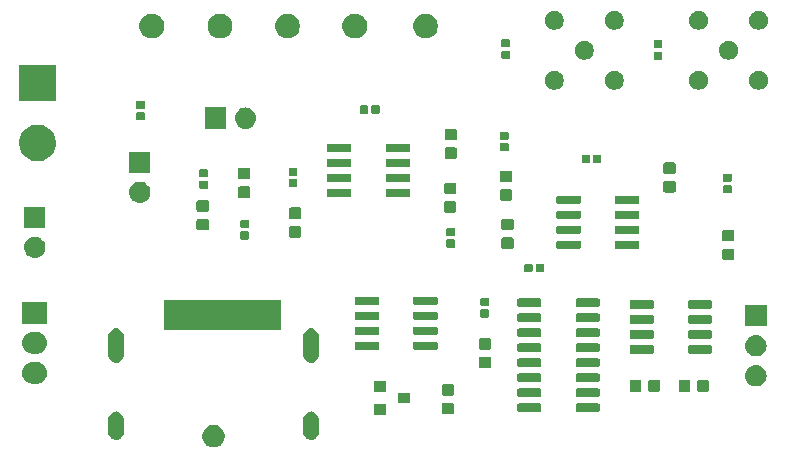
<source format=gts>
G04 #@! TF.GenerationSoftware,KiCad,Pcbnew,(5.1.4-0-10_14)*
G04 #@! TF.CreationDate,2020-03-06T12:40:27+09:00*
G04 #@! TF.ProjectId,ReadoutBoard_v3_2,52656164-6f75-4744-926f-6172645f7633,rev?*
G04 #@! TF.SameCoordinates,Original*
G04 #@! TF.FileFunction,Soldermask,Top*
G04 #@! TF.FilePolarity,Negative*
%FSLAX46Y46*%
G04 Gerber Fmt 4.6, Leading zero omitted, Abs format (unit mm)*
G04 Created by KiCad (PCBNEW (5.1.4-0-10_14)) date 2020-03-06 12:40:27*
%MOMM*%
%LPD*%
G04 APERTURE LIST*
%ADD10C,0.100000*%
G04 APERTURE END LIST*
D10*
G36*
X118920795Y-119795546D02*
G01*
X119093866Y-119867234D01*
X119093867Y-119867235D01*
X119249627Y-119971310D01*
X119382090Y-120103773D01*
X119382091Y-120103775D01*
X119486166Y-120259534D01*
X119557854Y-120432605D01*
X119594400Y-120616333D01*
X119594400Y-120803667D01*
X119557854Y-120987395D01*
X119486166Y-121160466D01*
X119486165Y-121160467D01*
X119382090Y-121316227D01*
X119249627Y-121448690D01*
X119171218Y-121501081D01*
X119093866Y-121552766D01*
X118920795Y-121624454D01*
X118737067Y-121661000D01*
X118549733Y-121661000D01*
X118366005Y-121624454D01*
X118192934Y-121552766D01*
X118115582Y-121501081D01*
X118037173Y-121448690D01*
X117904710Y-121316227D01*
X117800635Y-121160467D01*
X117800634Y-121160466D01*
X117728946Y-120987395D01*
X117692400Y-120803667D01*
X117692400Y-120616333D01*
X117728946Y-120432605D01*
X117800634Y-120259534D01*
X117904709Y-120103775D01*
X117904710Y-120103773D01*
X118037173Y-119971310D01*
X118192933Y-119867235D01*
X118192934Y-119867234D01*
X118366005Y-119795546D01*
X118549733Y-119759000D01*
X118737067Y-119759000D01*
X118920795Y-119795546D01*
X118920795Y-119795546D01*
G37*
G36*
X110521017Y-118618420D02*
G01*
X110611803Y-118645960D01*
X110643735Y-118655646D01*
X110756824Y-118716094D01*
X110855954Y-118797447D01*
X110937306Y-118896575D01*
X110997754Y-119009664D01*
X111007440Y-119041596D01*
X111034980Y-119132382D01*
X111044400Y-119228027D01*
X111044400Y-120391973D01*
X111034980Y-120487618D01*
X111007440Y-120578404D01*
X110997754Y-120610336D01*
X110937306Y-120723425D01*
X110855954Y-120822554D01*
X110756825Y-120903906D01*
X110643736Y-120964354D01*
X110611804Y-120974040D01*
X110521018Y-121001580D01*
X110393400Y-121014149D01*
X110265783Y-121001580D01*
X110174997Y-120974040D01*
X110143065Y-120964354D01*
X110029976Y-120903906D01*
X109930847Y-120822554D01*
X109849495Y-120723425D01*
X109789047Y-120610336D01*
X109779361Y-120578404D01*
X109751821Y-120487618D01*
X109742401Y-120391973D01*
X109742400Y-119228028D01*
X109751820Y-119132383D01*
X109789045Y-119009669D01*
X109789046Y-119009665D01*
X109849494Y-118896576D01*
X109930847Y-118797446D01*
X110029975Y-118716094D01*
X110143064Y-118655646D01*
X110174996Y-118645960D01*
X110265782Y-118618420D01*
X110393400Y-118605851D01*
X110521017Y-118618420D01*
X110521017Y-118618420D01*
G37*
G36*
X127031017Y-118618420D02*
G01*
X127121803Y-118645960D01*
X127153735Y-118655646D01*
X127266824Y-118716094D01*
X127365954Y-118797447D01*
X127447306Y-118896575D01*
X127507754Y-119009664D01*
X127517440Y-119041596D01*
X127544980Y-119132382D01*
X127554400Y-119228027D01*
X127554400Y-120391973D01*
X127544980Y-120487618D01*
X127517440Y-120578404D01*
X127507754Y-120610336D01*
X127447306Y-120723425D01*
X127365954Y-120822554D01*
X127266825Y-120903906D01*
X127153736Y-120964354D01*
X127121804Y-120974040D01*
X127031018Y-121001580D01*
X126903400Y-121014149D01*
X126775783Y-121001580D01*
X126684997Y-120974040D01*
X126653065Y-120964354D01*
X126539976Y-120903906D01*
X126440847Y-120822554D01*
X126359495Y-120723425D01*
X126299047Y-120610336D01*
X126289361Y-120578404D01*
X126261821Y-120487618D01*
X126252401Y-120391973D01*
X126252400Y-119228028D01*
X126261820Y-119132383D01*
X126299045Y-119009669D01*
X126299046Y-119009665D01*
X126359494Y-118896576D01*
X126440847Y-118797446D01*
X126539975Y-118716094D01*
X126653064Y-118655646D01*
X126684996Y-118645960D01*
X126775782Y-118618420D01*
X126903400Y-118605851D01*
X127031017Y-118618420D01*
X127031017Y-118618420D01*
G37*
G36*
X133257400Y-118876000D02*
G01*
X132255400Y-118876000D01*
X132255400Y-117974000D01*
X133257400Y-117974000D01*
X133257400Y-118876000D01*
X133257400Y-118876000D01*
G37*
G36*
X138860391Y-117879685D02*
G01*
X138894369Y-117889993D01*
X138925690Y-117906734D01*
X138953139Y-117929261D01*
X138975666Y-117956710D01*
X138992407Y-117988031D01*
X139002715Y-118022009D01*
X139006800Y-118063490D01*
X139006800Y-118664710D01*
X139002715Y-118706191D01*
X138992407Y-118740169D01*
X138975666Y-118771490D01*
X138953139Y-118798939D01*
X138925690Y-118821466D01*
X138894369Y-118838207D01*
X138860391Y-118848515D01*
X138818910Y-118852600D01*
X138142690Y-118852600D01*
X138101209Y-118848515D01*
X138067231Y-118838207D01*
X138035910Y-118821466D01*
X138008461Y-118798939D01*
X137985934Y-118771490D01*
X137969193Y-118740169D01*
X137958885Y-118706191D01*
X137954800Y-118664710D01*
X137954800Y-118063490D01*
X137958885Y-118022009D01*
X137969193Y-117988031D01*
X137985934Y-117956710D01*
X138008461Y-117929261D01*
X138035910Y-117906734D01*
X138067231Y-117889993D01*
X138101209Y-117879685D01*
X138142690Y-117875600D01*
X138818910Y-117875600D01*
X138860391Y-117879685D01*
X138860391Y-117879685D01*
G37*
G36*
X151263328Y-117939564D02*
G01*
X151284409Y-117945960D01*
X151303845Y-117956348D01*
X151320876Y-117970324D01*
X151334852Y-117987355D01*
X151345240Y-118006791D01*
X151351636Y-118027872D01*
X151354400Y-118055940D01*
X151354400Y-118519660D01*
X151351636Y-118547728D01*
X151345240Y-118568809D01*
X151334852Y-118588245D01*
X151320876Y-118605276D01*
X151303845Y-118619252D01*
X151284409Y-118629640D01*
X151263328Y-118636036D01*
X151235260Y-118638800D01*
X149421540Y-118638800D01*
X149393472Y-118636036D01*
X149372391Y-118629640D01*
X149352955Y-118619252D01*
X149335924Y-118605276D01*
X149321948Y-118588245D01*
X149311560Y-118568809D01*
X149305164Y-118547728D01*
X149302400Y-118519660D01*
X149302400Y-118055940D01*
X149305164Y-118027872D01*
X149311560Y-118006791D01*
X149321948Y-117987355D01*
X149335924Y-117970324D01*
X149352955Y-117956348D01*
X149372391Y-117945960D01*
X149393472Y-117939564D01*
X149421540Y-117936800D01*
X151235260Y-117936800D01*
X151263328Y-117939564D01*
X151263328Y-117939564D01*
G37*
G36*
X146313328Y-117939564D02*
G01*
X146334409Y-117945960D01*
X146353845Y-117956348D01*
X146370876Y-117970324D01*
X146384852Y-117987355D01*
X146395240Y-118006791D01*
X146401636Y-118027872D01*
X146404400Y-118055940D01*
X146404400Y-118519660D01*
X146401636Y-118547728D01*
X146395240Y-118568809D01*
X146384852Y-118588245D01*
X146370876Y-118605276D01*
X146353845Y-118619252D01*
X146334409Y-118629640D01*
X146313328Y-118636036D01*
X146285260Y-118638800D01*
X144471540Y-118638800D01*
X144443472Y-118636036D01*
X144422391Y-118629640D01*
X144402955Y-118619252D01*
X144385924Y-118605276D01*
X144371948Y-118588245D01*
X144361560Y-118568809D01*
X144355164Y-118547728D01*
X144352400Y-118519660D01*
X144352400Y-118055940D01*
X144355164Y-118027872D01*
X144361560Y-118006791D01*
X144371948Y-117987355D01*
X144385924Y-117970324D01*
X144402955Y-117956348D01*
X144422391Y-117945960D01*
X144443472Y-117939564D01*
X144471540Y-117936800D01*
X146285260Y-117936800D01*
X146313328Y-117939564D01*
X146313328Y-117939564D01*
G37*
G36*
X135257400Y-117926000D02*
G01*
X134255400Y-117926000D01*
X134255400Y-117024000D01*
X135257400Y-117024000D01*
X135257400Y-117926000D01*
X135257400Y-117926000D01*
G37*
G36*
X151263328Y-116669564D02*
G01*
X151284409Y-116675960D01*
X151303845Y-116686348D01*
X151320876Y-116700324D01*
X151334852Y-116717355D01*
X151345240Y-116736791D01*
X151351636Y-116757872D01*
X151354400Y-116785940D01*
X151354400Y-117249660D01*
X151351636Y-117277728D01*
X151345240Y-117298809D01*
X151334852Y-117318245D01*
X151320876Y-117335276D01*
X151303845Y-117349252D01*
X151284409Y-117359640D01*
X151263328Y-117366036D01*
X151235260Y-117368800D01*
X149421540Y-117368800D01*
X149393472Y-117366036D01*
X149372391Y-117359640D01*
X149352955Y-117349252D01*
X149335924Y-117335276D01*
X149321948Y-117318245D01*
X149311560Y-117298809D01*
X149305164Y-117277728D01*
X149302400Y-117249660D01*
X149302400Y-116785940D01*
X149305164Y-116757872D01*
X149311560Y-116736791D01*
X149321948Y-116717355D01*
X149335924Y-116700324D01*
X149352955Y-116686348D01*
X149372391Y-116675960D01*
X149393472Y-116669564D01*
X149421540Y-116666800D01*
X151235260Y-116666800D01*
X151263328Y-116669564D01*
X151263328Y-116669564D01*
G37*
G36*
X146313328Y-116669564D02*
G01*
X146334409Y-116675960D01*
X146353845Y-116686348D01*
X146370876Y-116700324D01*
X146384852Y-116717355D01*
X146395240Y-116736791D01*
X146401636Y-116757872D01*
X146404400Y-116785940D01*
X146404400Y-117249660D01*
X146401636Y-117277728D01*
X146395240Y-117298809D01*
X146384852Y-117318245D01*
X146370876Y-117335276D01*
X146353845Y-117349252D01*
X146334409Y-117359640D01*
X146313328Y-117366036D01*
X146285260Y-117368800D01*
X144471540Y-117368800D01*
X144443472Y-117366036D01*
X144422391Y-117359640D01*
X144402955Y-117349252D01*
X144385924Y-117335276D01*
X144371948Y-117318245D01*
X144361560Y-117298809D01*
X144355164Y-117277728D01*
X144352400Y-117249660D01*
X144352400Y-116785940D01*
X144355164Y-116757872D01*
X144361560Y-116736791D01*
X144371948Y-116717355D01*
X144385924Y-116700324D01*
X144402955Y-116686348D01*
X144422391Y-116675960D01*
X144443472Y-116669564D01*
X144471540Y-116666800D01*
X146285260Y-116666800D01*
X146313328Y-116669564D01*
X146313328Y-116669564D01*
G37*
G36*
X138860391Y-116304685D02*
G01*
X138894369Y-116314993D01*
X138925690Y-116331734D01*
X138953139Y-116354261D01*
X138975666Y-116381710D01*
X138992407Y-116413031D01*
X139002715Y-116447009D01*
X139006800Y-116488490D01*
X139006800Y-117089710D01*
X139002715Y-117131191D01*
X138992407Y-117165169D01*
X138975666Y-117196490D01*
X138953139Y-117223939D01*
X138925690Y-117246466D01*
X138894369Y-117263207D01*
X138860391Y-117273515D01*
X138818910Y-117277600D01*
X138142690Y-117277600D01*
X138101209Y-117273515D01*
X138067231Y-117263207D01*
X138035910Y-117246466D01*
X138008461Y-117223939D01*
X137985934Y-117196490D01*
X137969193Y-117165169D01*
X137958885Y-117131191D01*
X137954800Y-117089710D01*
X137954800Y-116488490D01*
X137958885Y-116447009D01*
X137969193Y-116413031D01*
X137985934Y-116381710D01*
X138008461Y-116354261D01*
X138035910Y-116331734D01*
X138067231Y-116314993D01*
X138101209Y-116304685D01*
X138142690Y-116300600D01*
X138818910Y-116300600D01*
X138860391Y-116304685D01*
X138860391Y-116304685D01*
G37*
G36*
X133257400Y-116976000D02*
G01*
X132255400Y-116976000D01*
X132255400Y-116074000D01*
X133257400Y-116074000D01*
X133257400Y-116976000D01*
X133257400Y-116976000D01*
G37*
G36*
X160438391Y-115911685D02*
G01*
X160472369Y-115921993D01*
X160503690Y-115938734D01*
X160531139Y-115961261D01*
X160553666Y-115988710D01*
X160570407Y-116020031D01*
X160580715Y-116054009D01*
X160584800Y-116095490D01*
X160584800Y-116771710D01*
X160580715Y-116813191D01*
X160570407Y-116847169D01*
X160553666Y-116878490D01*
X160531139Y-116905939D01*
X160503690Y-116928466D01*
X160472369Y-116945207D01*
X160438391Y-116955515D01*
X160396910Y-116959600D01*
X159795690Y-116959600D01*
X159754209Y-116955515D01*
X159720231Y-116945207D01*
X159688910Y-116928466D01*
X159661461Y-116905939D01*
X159638934Y-116878490D01*
X159622193Y-116847169D01*
X159611885Y-116813191D01*
X159607800Y-116771710D01*
X159607800Y-116095490D01*
X159611885Y-116054009D01*
X159622193Y-116020031D01*
X159638934Y-115988710D01*
X159661461Y-115961261D01*
X159688910Y-115938734D01*
X159720231Y-115921993D01*
X159754209Y-115911685D01*
X159795690Y-115907600D01*
X160396910Y-115907600D01*
X160438391Y-115911685D01*
X160438391Y-115911685D01*
G37*
G36*
X154723191Y-115911685D02*
G01*
X154757169Y-115921993D01*
X154788490Y-115938734D01*
X154815939Y-115961261D01*
X154838466Y-115988710D01*
X154855207Y-116020031D01*
X154865515Y-116054009D01*
X154869600Y-116095490D01*
X154869600Y-116771710D01*
X154865515Y-116813191D01*
X154855207Y-116847169D01*
X154838466Y-116878490D01*
X154815939Y-116905939D01*
X154788490Y-116928466D01*
X154757169Y-116945207D01*
X154723191Y-116955515D01*
X154681710Y-116959600D01*
X154080490Y-116959600D01*
X154039009Y-116955515D01*
X154005031Y-116945207D01*
X153973710Y-116928466D01*
X153946261Y-116905939D01*
X153923734Y-116878490D01*
X153906993Y-116847169D01*
X153896685Y-116813191D01*
X153892600Y-116771710D01*
X153892600Y-116095490D01*
X153896685Y-116054009D01*
X153906993Y-116020031D01*
X153923734Y-115988710D01*
X153946261Y-115961261D01*
X153973710Y-115938734D01*
X154005031Y-115921993D01*
X154039009Y-115911685D01*
X154080490Y-115907600D01*
X154681710Y-115907600D01*
X154723191Y-115911685D01*
X154723191Y-115911685D01*
G37*
G36*
X156298191Y-115911685D02*
G01*
X156332169Y-115921993D01*
X156363490Y-115938734D01*
X156390939Y-115961261D01*
X156413466Y-115988710D01*
X156430207Y-116020031D01*
X156440515Y-116054009D01*
X156444600Y-116095490D01*
X156444600Y-116771710D01*
X156440515Y-116813191D01*
X156430207Y-116847169D01*
X156413466Y-116878490D01*
X156390939Y-116905939D01*
X156363490Y-116928466D01*
X156332169Y-116945207D01*
X156298191Y-116955515D01*
X156256710Y-116959600D01*
X155655490Y-116959600D01*
X155614009Y-116955515D01*
X155580031Y-116945207D01*
X155548710Y-116928466D01*
X155521261Y-116905939D01*
X155498734Y-116878490D01*
X155481993Y-116847169D01*
X155471685Y-116813191D01*
X155467600Y-116771710D01*
X155467600Y-116095490D01*
X155471685Y-116054009D01*
X155481993Y-116020031D01*
X155498734Y-115988710D01*
X155521261Y-115961261D01*
X155548710Y-115938734D01*
X155580031Y-115921993D01*
X155614009Y-115911685D01*
X155655490Y-115907600D01*
X156256710Y-115907600D01*
X156298191Y-115911685D01*
X156298191Y-115911685D01*
G37*
G36*
X158863391Y-115911685D02*
G01*
X158897369Y-115921993D01*
X158928690Y-115938734D01*
X158956139Y-115961261D01*
X158978666Y-115988710D01*
X158995407Y-116020031D01*
X159005715Y-116054009D01*
X159009800Y-116095490D01*
X159009800Y-116771710D01*
X159005715Y-116813191D01*
X158995407Y-116847169D01*
X158978666Y-116878490D01*
X158956139Y-116905939D01*
X158928690Y-116928466D01*
X158897369Y-116945207D01*
X158863391Y-116955515D01*
X158821910Y-116959600D01*
X158220690Y-116959600D01*
X158179209Y-116955515D01*
X158145231Y-116945207D01*
X158113910Y-116928466D01*
X158086461Y-116905939D01*
X158063934Y-116878490D01*
X158047193Y-116847169D01*
X158036885Y-116813191D01*
X158032800Y-116771710D01*
X158032800Y-116095490D01*
X158036885Y-116054009D01*
X158047193Y-116020031D01*
X158063934Y-115988710D01*
X158086461Y-115961261D01*
X158113910Y-115938734D01*
X158145231Y-115921993D01*
X158179209Y-115911685D01*
X158220690Y-115907600D01*
X158821910Y-115907600D01*
X158863391Y-115911685D01*
X158863391Y-115911685D01*
G37*
G36*
X164677043Y-114700919D02*
G01*
X164743227Y-114707437D01*
X164913066Y-114758957D01*
X165069591Y-114842622D01*
X165105329Y-114871952D01*
X165206786Y-114955214D01*
X165290048Y-115056671D01*
X165319378Y-115092409D01*
X165403043Y-115248934D01*
X165454563Y-115418773D01*
X165471959Y-115595400D01*
X165454563Y-115772027D01*
X165403043Y-115941866D01*
X165319378Y-116098391D01*
X165290048Y-116134129D01*
X165206786Y-116235586D01*
X165110027Y-116314993D01*
X165069591Y-116348178D01*
X164913066Y-116431843D01*
X164743227Y-116483363D01*
X164677042Y-116489882D01*
X164610860Y-116496400D01*
X164522340Y-116496400D01*
X164456158Y-116489882D01*
X164389973Y-116483363D01*
X164220134Y-116431843D01*
X164063609Y-116348178D01*
X164023173Y-116314993D01*
X163926414Y-116235586D01*
X163843152Y-116134129D01*
X163813822Y-116098391D01*
X163730157Y-115941866D01*
X163678637Y-115772027D01*
X163661241Y-115595400D01*
X163678637Y-115418773D01*
X163730157Y-115248934D01*
X163813822Y-115092409D01*
X163843152Y-115056671D01*
X163926414Y-114955214D01*
X164027871Y-114871952D01*
X164063609Y-114842622D01*
X164220134Y-114758957D01*
X164389973Y-114707437D01*
X164456157Y-114700919D01*
X164522340Y-114694400D01*
X164610860Y-114694400D01*
X164677043Y-114700919D01*
X164677043Y-114700919D01*
G37*
G36*
X103815343Y-114436761D02*
G01*
X103834568Y-114438654D01*
X104007234Y-114491032D01*
X104166365Y-114576089D01*
X104305844Y-114690556D01*
X104420311Y-114830035D01*
X104505368Y-114989166D01*
X104505368Y-114989167D01*
X104536687Y-115092409D01*
X104557746Y-115161833D01*
X104575432Y-115341400D01*
X104563082Y-115466791D01*
X104557746Y-115520968D01*
X104542174Y-115572300D01*
X104505368Y-115693634D01*
X104420311Y-115852765D01*
X104305844Y-115992244D01*
X104166365Y-116106711D01*
X104007234Y-116191768D01*
X103920900Y-116217957D01*
X103834568Y-116244146D01*
X103815343Y-116246039D01*
X103699998Y-116257400D01*
X103310002Y-116257400D01*
X103194657Y-116246039D01*
X103175432Y-116244146D01*
X103089100Y-116217957D01*
X103002766Y-116191768D01*
X102843635Y-116106711D01*
X102704156Y-115992244D01*
X102589689Y-115852765D01*
X102504632Y-115693634D01*
X102467826Y-115572300D01*
X102452254Y-115520968D01*
X102446918Y-115466791D01*
X102434568Y-115341400D01*
X102452254Y-115161833D01*
X102473314Y-115092409D01*
X102504632Y-114989167D01*
X102504632Y-114989166D01*
X102589689Y-114830035D01*
X102704156Y-114690556D01*
X102843635Y-114576089D01*
X103002766Y-114491032D01*
X103175432Y-114438654D01*
X103194657Y-114436761D01*
X103310002Y-114425400D01*
X103699998Y-114425400D01*
X103815343Y-114436761D01*
X103815343Y-114436761D01*
G37*
G36*
X151263328Y-115399564D02*
G01*
X151284409Y-115405960D01*
X151303845Y-115416348D01*
X151320876Y-115430324D01*
X151334852Y-115447355D01*
X151345240Y-115466791D01*
X151351636Y-115487872D01*
X151354400Y-115515940D01*
X151354400Y-115979660D01*
X151351636Y-116007728D01*
X151345240Y-116028809D01*
X151334852Y-116048245D01*
X151320876Y-116065276D01*
X151303845Y-116079252D01*
X151284409Y-116089640D01*
X151263328Y-116096036D01*
X151235260Y-116098800D01*
X149421540Y-116098800D01*
X149393472Y-116096036D01*
X149372391Y-116089640D01*
X149352955Y-116079252D01*
X149335924Y-116065276D01*
X149321948Y-116048245D01*
X149311560Y-116028809D01*
X149305164Y-116007728D01*
X149302400Y-115979660D01*
X149302400Y-115515940D01*
X149305164Y-115487872D01*
X149311560Y-115466791D01*
X149321948Y-115447355D01*
X149335924Y-115430324D01*
X149352955Y-115416348D01*
X149372391Y-115405960D01*
X149393472Y-115399564D01*
X149421540Y-115396800D01*
X151235260Y-115396800D01*
X151263328Y-115399564D01*
X151263328Y-115399564D01*
G37*
G36*
X146313328Y-115399564D02*
G01*
X146334409Y-115405960D01*
X146353845Y-115416348D01*
X146370876Y-115430324D01*
X146384852Y-115447355D01*
X146395240Y-115466791D01*
X146401636Y-115487872D01*
X146404400Y-115515940D01*
X146404400Y-115979660D01*
X146401636Y-116007728D01*
X146395240Y-116028809D01*
X146384852Y-116048245D01*
X146370876Y-116065276D01*
X146353845Y-116079252D01*
X146334409Y-116089640D01*
X146313328Y-116096036D01*
X146285260Y-116098800D01*
X144471540Y-116098800D01*
X144443472Y-116096036D01*
X144422391Y-116089640D01*
X144402955Y-116079252D01*
X144385924Y-116065276D01*
X144371948Y-116048245D01*
X144361560Y-116028809D01*
X144355164Y-116007728D01*
X144352400Y-115979660D01*
X144352400Y-115515940D01*
X144355164Y-115487872D01*
X144361560Y-115466791D01*
X144371948Y-115447355D01*
X144385924Y-115430324D01*
X144402955Y-115416348D01*
X144422391Y-115405960D01*
X144443472Y-115399564D01*
X144471540Y-115396800D01*
X146285260Y-115396800D01*
X146313328Y-115399564D01*
X146313328Y-115399564D01*
G37*
G36*
X142009991Y-113993485D02*
G01*
X142043969Y-114003793D01*
X142075290Y-114020534D01*
X142102739Y-114043061D01*
X142125266Y-114070510D01*
X142142007Y-114101831D01*
X142152315Y-114135809D01*
X142156400Y-114177290D01*
X142156400Y-114778510D01*
X142152315Y-114819991D01*
X142142007Y-114853969D01*
X142125266Y-114885290D01*
X142102739Y-114912739D01*
X142075290Y-114935266D01*
X142043969Y-114952007D01*
X142009991Y-114962315D01*
X141968510Y-114966400D01*
X141292290Y-114966400D01*
X141250809Y-114962315D01*
X141216831Y-114952007D01*
X141185510Y-114935266D01*
X141158061Y-114912739D01*
X141135534Y-114885290D01*
X141118793Y-114853969D01*
X141108485Y-114819991D01*
X141104400Y-114778510D01*
X141104400Y-114177290D01*
X141108485Y-114135809D01*
X141118793Y-114101831D01*
X141135534Y-114070510D01*
X141158061Y-114043061D01*
X141185510Y-114020534D01*
X141216831Y-114003793D01*
X141250809Y-113993485D01*
X141292290Y-113989400D01*
X141968510Y-113989400D01*
X142009991Y-113993485D01*
X142009991Y-113993485D01*
G37*
G36*
X146313328Y-114129564D02*
G01*
X146334409Y-114135960D01*
X146353845Y-114146348D01*
X146370876Y-114160324D01*
X146384852Y-114177355D01*
X146395240Y-114196791D01*
X146401636Y-114217872D01*
X146404400Y-114245940D01*
X146404400Y-114709660D01*
X146401636Y-114737728D01*
X146395240Y-114758809D01*
X146384852Y-114778245D01*
X146370876Y-114795276D01*
X146353845Y-114809252D01*
X146334409Y-114819640D01*
X146313328Y-114826036D01*
X146285260Y-114828800D01*
X144471540Y-114828800D01*
X144443472Y-114826036D01*
X144422391Y-114819640D01*
X144402955Y-114809252D01*
X144385924Y-114795276D01*
X144371948Y-114778245D01*
X144361560Y-114758809D01*
X144355164Y-114737728D01*
X144352400Y-114709660D01*
X144352400Y-114245940D01*
X144355164Y-114217872D01*
X144361560Y-114196791D01*
X144371948Y-114177355D01*
X144385924Y-114160324D01*
X144402955Y-114146348D01*
X144422391Y-114135960D01*
X144443472Y-114129564D01*
X144471540Y-114126800D01*
X146285260Y-114126800D01*
X146313328Y-114129564D01*
X146313328Y-114129564D01*
G37*
G36*
X151263328Y-114129564D02*
G01*
X151284409Y-114135960D01*
X151303845Y-114146348D01*
X151320876Y-114160324D01*
X151334852Y-114177355D01*
X151345240Y-114196791D01*
X151351636Y-114217872D01*
X151354400Y-114245940D01*
X151354400Y-114709660D01*
X151351636Y-114737728D01*
X151345240Y-114758809D01*
X151334852Y-114778245D01*
X151320876Y-114795276D01*
X151303845Y-114809252D01*
X151284409Y-114819640D01*
X151263328Y-114826036D01*
X151235260Y-114828800D01*
X149421540Y-114828800D01*
X149393472Y-114826036D01*
X149372391Y-114819640D01*
X149352955Y-114809252D01*
X149335924Y-114795276D01*
X149321948Y-114778245D01*
X149311560Y-114758809D01*
X149305164Y-114737728D01*
X149302400Y-114709660D01*
X149302400Y-114245940D01*
X149305164Y-114217872D01*
X149311560Y-114196791D01*
X149321948Y-114177355D01*
X149335924Y-114160324D01*
X149352955Y-114146348D01*
X149372391Y-114135960D01*
X149393472Y-114129564D01*
X149421540Y-114126800D01*
X151235260Y-114126800D01*
X151263328Y-114129564D01*
X151263328Y-114129564D01*
G37*
G36*
X110521017Y-111588420D02*
G01*
X110611803Y-111615960D01*
X110643735Y-111625646D01*
X110756824Y-111686094D01*
X110855954Y-111767447D01*
X110937306Y-111866575D01*
X110997754Y-111979664D01*
X111002448Y-111995138D01*
X111034980Y-112102382D01*
X111044400Y-112198027D01*
X111044400Y-113861973D01*
X111034980Y-113957618D01*
X111012852Y-114030564D01*
X110997754Y-114080336D01*
X110937306Y-114193425D01*
X110855954Y-114292554D01*
X110756825Y-114373906D01*
X110643736Y-114434354D01*
X110611804Y-114444040D01*
X110521018Y-114471580D01*
X110393400Y-114484149D01*
X110265783Y-114471580D01*
X110174997Y-114444040D01*
X110143065Y-114434354D01*
X110029976Y-114373906D01*
X109930847Y-114292554D01*
X109849495Y-114193425D01*
X109789047Y-114080336D01*
X109773949Y-114030564D01*
X109751821Y-113957618D01*
X109742401Y-113861973D01*
X109742400Y-112198028D01*
X109742430Y-112197728D01*
X109747075Y-112150557D01*
X109751820Y-112102383D01*
X109779360Y-112011597D01*
X109789046Y-111979665D01*
X109849494Y-111866576D01*
X109930847Y-111767446D01*
X110029975Y-111686094D01*
X110143064Y-111625646D01*
X110174996Y-111615960D01*
X110265782Y-111588420D01*
X110393400Y-111575851D01*
X110521017Y-111588420D01*
X110521017Y-111588420D01*
G37*
G36*
X127031017Y-111588420D02*
G01*
X127121803Y-111615960D01*
X127153735Y-111625646D01*
X127266824Y-111686094D01*
X127365954Y-111767447D01*
X127447306Y-111866575D01*
X127507754Y-111979664D01*
X127512448Y-111995138D01*
X127544980Y-112102382D01*
X127554400Y-112198027D01*
X127554400Y-113861973D01*
X127544980Y-113957618D01*
X127522852Y-114030564D01*
X127507754Y-114080336D01*
X127447306Y-114193425D01*
X127365954Y-114292554D01*
X127266825Y-114373906D01*
X127153736Y-114434354D01*
X127121804Y-114444040D01*
X127031018Y-114471580D01*
X126903400Y-114484149D01*
X126775783Y-114471580D01*
X126684997Y-114444040D01*
X126653065Y-114434354D01*
X126539976Y-114373906D01*
X126440847Y-114292554D01*
X126359495Y-114193425D01*
X126299047Y-114080336D01*
X126283949Y-114030564D01*
X126261821Y-113957618D01*
X126252401Y-113861973D01*
X126252400Y-112198028D01*
X126252430Y-112197728D01*
X126257075Y-112150557D01*
X126261820Y-112102383D01*
X126289360Y-112011597D01*
X126299046Y-111979665D01*
X126359494Y-111866576D01*
X126440847Y-111767446D01*
X126539975Y-111686094D01*
X126653064Y-111625646D01*
X126684996Y-111615960D01*
X126775782Y-111588420D01*
X126903400Y-111575851D01*
X127031017Y-111588420D01*
X127031017Y-111588420D01*
G37*
G36*
X164677043Y-112160919D02*
G01*
X164743227Y-112167437D01*
X164913066Y-112218957D01*
X165069591Y-112302622D01*
X165093276Y-112322060D01*
X165206786Y-112415214D01*
X165272682Y-112495510D01*
X165319378Y-112552409D01*
X165403043Y-112708934D01*
X165454563Y-112878773D01*
X165471959Y-113055400D01*
X165454563Y-113232027D01*
X165403043Y-113401866D01*
X165319378Y-113558391D01*
X165291746Y-113592060D01*
X165206786Y-113695586D01*
X165105329Y-113778848D01*
X165069591Y-113808178D01*
X164913066Y-113891843D01*
X164743227Y-113943363D01*
X164677043Y-113949881D01*
X164610860Y-113956400D01*
X164522340Y-113956400D01*
X164456157Y-113949881D01*
X164389973Y-113943363D01*
X164220134Y-113891843D01*
X164063609Y-113808178D01*
X164027871Y-113778848D01*
X163926414Y-113695586D01*
X163841454Y-113592060D01*
X163813822Y-113558391D01*
X163730157Y-113401866D01*
X163678637Y-113232027D01*
X163661241Y-113055400D01*
X163678637Y-112878773D01*
X163730157Y-112708934D01*
X163813822Y-112552409D01*
X163860518Y-112495510D01*
X163926414Y-112415214D01*
X164039924Y-112322060D01*
X164063609Y-112302622D01*
X164220134Y-112218957D01*
X164389973Y-112167437D01*
X164456157Y-112160919D01*
X164522340Y-112154400D01*
X164610860Y-112154400D01*
X164677043Y-112160919D01*
X164677043Y-112160919D01*
G37*
G36*
X103815343Y-111896761D02*
G01*
X103834568Y-111898654D01*
X103887464Y-111914700D01*
X104007234Y-111951032D01*
X104166365Y-112036089D01*
X104305844Y-112150556D01*
X104420311Y-112290035D01*
X104505368Y-112449166D01*
X104505368Y-112449167D01*
X104540561Y-112565180D01*
X104557746Y-112621833D01*
X104575432Y-112801400D01*
X104563082Y-112926791D01*
X104557746Y-112980968D01*
X104549182Y-113009200D01*
X104505368Y-113153634D01*
X104420311Y-113312765D01*
X104305844Y-113452244D01*
X104166365Y-113566711D01*
X104007234Y-113651768D01*
X103977970Y-113660645D01*
X103834568Y-113704146D01*
X103815343Y-113706039D01*
X103699998Y-113717400D01*
X103310002Y-113717400D01*
X103194657Y-113706039D01*
X103175432Y-113704146D01*
X103032030Y-113660645D01*
X103002766Y-113651768D01*
X102843635Y-113566711D01*
X102704156Y-113452244D01*
X102589689Y-113312765D01*
X102504632Y-113153634D01*
X102460818Y-113009200D01*
X102452254Y-112980968D01*
X102446918Y-112926791D01*
X102434568Y-112801400D01*
X102452254Y-112621833D01*
X102469440Y-112565180D01*
X102504632Y-112449167D01*
X102504632Y-112449166D01*
X102589689Y-112290035D01*
X102704156Y-112150556D01*
X102843635Y-112036089D01*
X103002766Y-111951032D01*
X103122536Y-111914700D01*
X103175432Y-111898654D01*
X103194657Y-111896761D01*
X103310002Y-111885400D01*
X103699998Y-111885400D01*
X103815343Y-111896761D01*
X103815343Y-111896761D01*
G37*
G36*
X160788328Y-113011964D02*
G01*
X160809409Y-113018360D01*
X160828845Y-113028748D01*
X160845876Y-113042724D01*
X160859852Y-113059755D01*
X160870240Y-113079191D01*
X160876636Y-113100272D01*
X160879400Y-113128340D01*
X160879400Y-113592060D01*
X160876636Y-113620128D01*
X160870240Y-113641209D01*
X160859852Y-113660645D01*
X160845876Y-113677676D01*
X160828845Y-113691652D01*
X160809409Y-113702040D01*
X160788328Y-113708436D01*
X160760260Y-113711200D01*
X158946540Y-113711200D01*
X158918472Y-113708436D01*
X158897391Y-113702040D01*
X158877955Y-113691652D01*
X158860924Y-113677676D01*
X158846948Y-113660645D01*
X158836560Y-113641209D01*
X158830164Y-113620128D01*
X158827400Y-113592060D01*
X158827400Y-113128340D01*
X158830164Y-113100272D01*
X158836560Y-113079191D01*
X158846948Y-113059755D01*
X158860924Y-113042724D01*
X158877955Y-113028748D01*
X158897391Y-113018360D01*
X158918472Y-113011964D01*
X158946540Y-113009200D01*
X160760260Y-113009200D01*
X160788328Y-113011964D01*
X160788328Y-113011964D01*
G37*
G36*
X155838328Y-113011964D02*
G01*
X155859409Y-113018360D01*
X155878845Y-113028748D01*
X155895876Y-113042724D01*
X155909852Y-113059755D01*
X155920240Y-113079191D01*
X155926636Y-113100272D01*
X155929400Y-113128340D01*
X155929400Y-113592060D01*
X155926636Y-113620128D01*
X155920240Y-113641209D01*
X155909852Y-113660645D01*
X155895876Y-113677676D01*
X155878845Y-113691652D01*
X155859409Y-113702040D01*
X155838328Y-113708436D01*
X155810260Y-113711200D01*
X153996540Y-113711200D01*
X153968472Y-113708436D01*
X153947391Y-113702040D01*
X153927955Y-113691652D01*
X153910924Y-113677676D01*
X153896948Y-113660645D01*
X153886560Y-113641209D01*
X153880164Y-113620128D01*
X153877400Y-113592060D01*
X153877400Y-113128340D01*
X153880164Y-113100272D01*
X153886560Y-113079191D01*
X153896948Y-113059755D01*
X153910924Y-113042724D01*
X153927955Y-113028748D01*
X153947391Y-113018360D01*
X153968472Y-113011964D01*
X153996540Y-113009200D01*
X155810260Y-113009200D01*
X155838328Y-113011964D01*
X155838328Y-113011964D01*
G37*
G36*
X146313328Y-112859564D02*
G01*
X146334409Y-112865960D01*
X146353845Y-112876348D01*
X146370876Y-112890324D01*
X146384852Y-112907355D01*
X146395240Y-112926791D01*
X146401636Y-112947872D01*
X146404400Y-112975940D01*
X146404400Y-113439660D01*
X146401636Y-113467728D01*
X146395240Y-113488809D01*
X146384852Y-113508245D01*
X146370876Y-113525276D01*
X146353845Y-113539252D01*
X146334409Y-113549640D01*
X146313328Y-113556036D01*
X146285260Y-113558800D01*
X144471540Y-113558800D01*
X144443472Y-113556036D01*
X144422391Y-113549640D01*
X144402955Y-113539252D01*
X144385924Y-113525276D01*
X144371948Y-113508245D01*
X144361560Y-113488809D01*
X144355164Y-113467728D01*
X144352400Y-113439660D01*
X144352400Y-112975940D01*
X144355164Y-112947872D01*
X144361560Y-112926791D01*
X144371948Y-112907355D01*
X144385924Y-112890324D01*
X144402955Y-112876348D01*
X144422391Y-112865960D01*
X144443472Y-112859564D01*
X144471540Y-112856800D01*
X146285260Y-112856800D01*
X146313328Y-112859564D01*
X146313328Y-112859564D01*
G37*
G36*
X151263328Y-112859564D02*
G01*
X151284409Y-112865960D01*
X151303845Y-112876348D01*
X151320876Y-112890324D01*
X151334852Y-112907355D01*
X151345240Y-112926791D01*
X151351636Y-112947872D01*
X151354400Y-112975940D01*
X151354400Y-113439660D01*
X151351636Y-113467728D01*
X151345240Y-113488809D01*
X151334852Y-113508245D01*
X151320876Y-113525276D01*
X151303845Y-113539252D01*
X151284409Y-113549640D01*
X151263328Y-113556036D01*
X151235260Y-113558800D01*
X149421540Y-113558800D01*
X149393472Y-113556036D01*
X149372391Y-113549640D01*
X149352955Y-113539252D01*
X149335924Y-113525276D01*
X149321948Y-113508245D01*
X149311560Y-113488809D01*
X149305164Y-113467728D01*
X149302400Y-113439660D01*
X149302400Y-112975940D01*
X149305164Y-112947872D01*
X149311560Y-112926791D01*
X149321948Y-112907355D01*
X149335924Y-112890324D01*
X149352955Y-112876348D01*
X149372391Y-112865960D01*
X149393472Y-112859564D01*
X149421540Y-112856800D01*
X151235260Y-112856800D01*
X151263328Y-112859564D01*
X151263328Y-112859564D01*
G37*
G36*
X137521928Y-112707164D02*
G01*
X137543009Y-112713560D01*
X137562445Y-112723948D01*
X137579476Y-112737924D01*
X137593452Y-112754955D01*
X137603840Y-112774391D01*
X137610236Y-112795472D01*
X137613000Y-112823540D01*
X137613000Y-113287260D01*
X137610236Y-113315328D01*
X137603840Y-113336409D01*
X137593452Y-113355845D01*
X137579476Y-113372876D01*
X137562445Y-113386852D01*
X137543009Y-113397240D01*
X137521928Y-113403636D01*
X137493860Y-113406400D01*
X135680140Y-113406400D01*
X135652072Y-113403636D01*
X135630991Y-113397240D01*
X135611555Y-113386852D01*
X135594524Y-113372876D01*
X135580548Y-113355845D01*
X135570160Y-113336409D01*
X135563764Y-113315328D01*
X135561000Y-113287260D01*
X135561000Y-112823540D01*
X135563764Y-112795472D01*
X135570160Y-112774391D01*
X135580548Y-112754955D01*
X135594524Y-112737924D01*
X135611555Y-112723948D01*
X135630991Y-112713560D01*
X135652072Y-112707164D01*
X135680140Y-112704400D01*
X137493860Y-112704400D01*
X137521928Y-112707164D01*
X137521928Y-112707164D01*
G37*
G36*
X132571928Y-112707164D02*
G01*
X132593009Y-112713560D01*
X132612445Y-112723948D01*
X132629476Y-112737924D01*
X132643452Y-112754955D01*
X132653840Y-112774391D01*
X132660236Y-112795472D01*
X132663000Y-112823540D01*
X132663000Y-113287260D01*
X132660236Y-113315328D01*
X132653840Y-113336409D01*
X132643452Y-113355845D01*
X132629476Y-113372876D01*
X132612445Y-113386852D01*
X132593009Y-113397240D01*
X132571928Y-113403636D01*
X132543860Y-113406400D01*
X130730140Y-113406400D01*
X130702072Y-113403636D01*
X130680991Y-113397240D01*
X130661555Y-113386852D01*
X130644524Y-113372876D01*
X130630548Y-113355845D01*
X130620160Y-113336409D01*
X130613764Y-113315328D01*
X130611000Y-113287260D01*
X130611000Y-112823540D01*
X130613764Y-112795472D01*
X130620160Y-112774391D01*
X130630548Y-112754955D01*
X130644524Y-112737924D01*
X130661555Y-112723948D01*
X130680991Y-112713560D01*
X130702072Y-112707164D01*
X130730140Y-112704400D01*
X132543860Y-112704400D01*
X132571928Y-112707164D01*
X132571928Y-112707164D01*
G37*
G36*
X142009991Y-112418485D02*
G01*
X142043969Y-112428793D01*
X142075290Y-112445534D01*
X142102739Y-112468061D01*
X142125266Y-112495510D01*
X142142007Y-112526831D01*
X142152315Y-112560809D01*
X142156400Y-112602290D01*
X142156400Y-113203510D01*
X142152315Y-113244991D01*
X142142007Y-113278969D01*
X142125266Y-113310290D01*
X142102739Y-113337739D01*
X142075290Y-113360266D01*
X142043969Y-113377007D01*
X142009991Y-113387315D01*
X141968510Y-113391400D01*
X141292290Y-113391400D01*
X141250809Y-113387315D01*
X141216831Y-113377007D01*
X141185510Y-113360266D01*
X141158061Y-113337739D01*
X141135534Y-113310290D01*
X141118793Y-113278969D01*
X141108485Y-113244991D01*
X141104400Y-113203510D01*
X141104400Y-112602290D01*
X141108485Y-112560809D01*
X141118793Y-112526831D01*
X141135534Y-112495510D01*
X141158061Y-112468061D01*
X141185510Y-112445534D01*
X141216831Y-112428793D01*
X141250809Y-112418485D01*
X141292290Y-112414400D01*
X141968510Y-112414400D01*
X142009991Y-112418485D01*
X142009991Y-112418485D01*
G37*
G36*
X155838328Y-111741964D02*
G01*
X155859409Y-111748360D01*
X155878845Y-111758748D01*
X155895876Y-111772724D01*
X155909852Y-111789755D01*
X155920240Y-111809191D01*
X155926636Y-111830272D01*
X155929400Y-111858340D01*
X155929400Y-112322060D01*
X155926636Y-112350128D01*
X155920240Y-112371209D01*
X155909852Y-112390645D01*
X155895876Y-112407676D01*
X155878845Y-112421652D01*
X155859409Y-112432040D01*
X155838328Y-112438436D01*
X155810260Y-112441200D01*
X153996540Y-112441200D01*
X153968472Y-112438436D01*
X153947391Y-112432040D01*
X153927955Y-112421652D01*
X153910924Y-112407676D01*
X153896948Y-112390645D01*
X153886560Y-112371209D01*
X153880164Y-112350128D01*
X153877400Y-112322060D01*
X153877400Y-111858340D01*
X153880164Y-111830272D01*
X153886560Y-111809191D01*
X153896948Y-111789755D01*
X153910924Y-111772724D01*
X153927955Y-111758748D01*
X153947391Y-111748360D01*
X153968472Y-111741964D01*
X153996540Y-111739200D01*
X155810260Y-111739200D01*
X155838328Y-111741964D01*
X155838328Y-111741964D01*
G37*
G36*
X160788328Y-111741964D02*
G01*
X160809409Y-111748360D01*
X160828845Y-111758748D01*
X160845876Y-111772724D01*
X160859852Y-111789755D01*
X160870240Y-111809191D01*
X160876636Y-111830272D01*
X160879400Y-111858340D01*
X160879400Y-112322060D01*
X160876636Y-112350128D01*
X160870240Y-112371209D01*
X160859852Y-112390645D01*
X160845876Y-112407676D01*
X160828845Y-112421652D01*
X160809409Y-112432040D01*
X160788328Y-112438436D01*
X160760260Y-112441200D01*
X158946540Y-112441200D01*
X158918472Y-112438436D01*
X158897391Y-112432040D01*
X158877955Y-112421652D01*
X158860924Y-112407676D01*
X158846948Y-112390645D01*
X158836560Y-112371209D01*
X158830164Y-112350128D01*
X158827400Y-112322060D01*
X158827400Y-111858340D01*
X158830164Y-111830272D01*
X158836560Y-111809191D01*
X158846948Y-111789755D01*
X158860924Y-111772724D01*
X158877955Y-111758748D01*
X158897391Y-111748360D01*
X158918472Y-111741964D01*
X158946540Y-111739200D01*
X160760260Y-111739200D01*
X160788328Y-111741964D01*
X160788328Y-111741964D01*
G37*
G36*
X151263328Y-111589564D02*
G01*
X151284409Y-111595960D01*
X151303845Y-111606348D01*
X151320876Y-111620324D01*
X151334852Y-111637355D01*
X151345240Y-111656791D01*
X151351636Y-111677872D01*
X151354400Y-111705940D01*
X151354400Y-112169660D01*
X151351636Y-112197728D01*
X151345240Y-112218809D01*
X151334852Y-112238245D01*
X151320876Y-112255276D01*
X151303845Y-112269252D01*
X151284409Y-112279640D01*
X151263328Y-112286036D01*
X151235260Y-112288800D01*
X149421540Y-112288800D01*
X149393472Y-112286036D01*
X149372391Y-112279640D01*
X149352955Y-112269252D01*
X149335924Y-112255276D01*
X149321948Y-112238245D01*
X149311560Y-112218809D01*
X149305164Y-112197728D01*
X149302400Y-112169660D01*
X149302400Y-111705940D01*
X149305164Y-111677872D01*
X149311560Y-111656791D01*
X149321948Y-111637355D01*
X149335924Y-111620324D01*
X149352955Y-111606348D01*
X149372391Y-111595960D01*
X149393472Y-111589564D01*
X149421540Y-111586800D01*
X151235260Y-111586800D01*
X151263328Y-111589564D01*
X151263328Y-111589564D01*
G37*
G36*
X146313328Y-111589564D02*
G01*
X146334409Y-111595960D01*
X146353845Y-111606348D01*
X146370876Y-111620324D01*
X146384852Y-111637355D01*
X146395240Y-111656791D01*
X146401636Y-111677872D01*
X146404400Y-111705940D01*
X146404400Y-112169660D01*
X146401636Y-112197728D01*
X146395240Y-112218809D01*
X146384852Y-112238245D01*
X146370876Y-112255276D01*
X146353845Y-112269252D01*
X146334409Y-112279640D01*
X146313328Y-112286036D01*
X146285260Y-112288800D01*
X144471540Y-112288800D01*
X144443472Y-112286036D01*
X144422391Y-112279640D01*
X144402955Y-112269252D01*
X144385924Y-112255276D01*
X144371948Y-112238245D01*
X144361560Y-112218809D01*
X144355164Y-112197728D01*
X144352400Y-112169660D01*
X144352400Y-111705940D01*
X144355164Y-111677872D01*
X144361560Y-111656791D01*
X144371948Y-111637355D01*
X144385924Y-111620324D01*
X144402955Y-111606348D01*
X144422391Y-111595960D01*
X144443472Y-111589564D01*
X144471540Y-111586800D01*
X146285260Y-111586800D01*
X146313328Y-111589564D01*
X146313328Y-111589564D01*
G37*
G36*
X132571928Y-111437164D02*
G01*
X132593009Y-111443560D01*
X132612445Y-111453948D01*
X132629476Y-111467924D01*
X132643452Y-111484955D01*
X132653840Y-111504391D01*
X132660236Y-111525472D01*
X132663000Y-111553540D01*
X132663000Y-112017260D01*
X132660236Y-112045328D01*
X132653840Y-112066409D01*
X132643452Y-112085845D01*
X132629476Y-112102876D01*
X132612445Y-112116852D01*
X132593009Y-112127240D01*
X132571928Y-112133636D01*
X132543860Y-112136400D01*
X130730140Y-112136400D01*
X130702072Y-112133636D01*
X130680991Y-112127240D01*
X130661555Y-112116852D01*
X130644524Y-112102876D01*
X130630548Y-112085845D01*
X130620160Y-112066409D01*
X130613764Y-112045328D01*
X130611000Y-112017260D01*
X130611000Y-111553540D01*
X130613764Y-111525472D01*
X130620160Y-111504391D01*
X130630548Y-111484955D01*
X130644524Y-111467924D01*
X130661555Y-111453948D01*
X130680991Y-111443560D01*
X130702072Y-111437164D01*
X130730140Y-111434400D01*
X132543860Y-111434400D01*
X132571928Y-111437164D01*
X132571928Y-111437164D01*
G37*
G36*
X137521928Y-111437164D02*
G01*
X137543009Y-111443560D01*
X137562445Y-111453948D01*
X137579476Y-111467924D01*
X137593452Y-111484955D01*
X137603840Y-111504391D01*
X137610236Y-111525472D01*
X137613000Y-111553540D01*
X137613000Y-112017260D01*
X137610236Y-112045328D01*
X137603840Y-112066409D01*
X137593452Y-112085845D01*
X137579476Y-112102876D01*
X137562445Y-112116852D01*
X137543009Y-112127240D01*
X137521928Y-112133636D01*
X137493860Y-112136400D01*
X135680140Y-112136400D01*
X135652072Y-112133636D01*
X135630991Y-112127240D01*
X135611555Y-112116852D01*
X135594524Y-112102876D01*
X135580548Y-112085845D01*
X135570160Y-112066409D01*
X135563764Y-112045328D01*
X135561000Y-112017260D01*
X135561000Y-111553540D01*
X135563764Y-111525472D01*
X135570160Y-111504391D01*
X135580548Y-111484955D01*
X135594524Y-111467924D01*
X135611555Y-111453948D01*
X135630991Y-111443560D01*
X135652072Y-111437164D01*
X135680140Y-111434400D01*
X137493860Y-111434400D01*
X137521928Y-111437164D01*
X137521928Y-111437164D01*
G37*
G36*
X124334400Y-111681000D02*
G01*
X114452400Y-111681000D01*
X114452400Y-109179000D01*
X124334400Y-109179000D01*
X124334400Y-111681000D01*
X124334400Y-111681000D01*
G37*
G36*
X165467600Y-111416400D02*
G01*
X163665600Y-111416400D01*
X163665600Y-109614400D01*
X165467600Y-109614400D01*
X165467600Y-111416400D01*
X165467600Y-111416400D01*
G37*
G36*
X104571000Y-111177400D02*
G01*
X102439000Y-111177400D01*
X102439000Y-109345400D01*
X104571000Y-109345400D01*
X104571000Y-111177400D01*
X104571000Y-111177400D01*
G37*
G36*
X160788328Y-110471964D02*
G01*
X160809409Y-110478360D01*
X160828845Y-110488748D01*
X160845876Y-110502724D01*
X160859852Y-110519755D01*
X160870240Y-110539191D01*
X160876636Y-110560272D01*
X160879400Y-110588340D01*
X160879400Y-111052060D01*
X160876636Y-111080128D01*
X160870240Y-111101209D01*
X160859852Y-111120645D01*
X160845876Y-111137676D01*
X160828845Y-111151652D01*
X160809409Y-111162040D01*
X160788328Y-111168436D01*
X160760260Y-111171200D01*
X158946540Y-111171200D01*
X158918472Y-111168436D01*
X158897391Y-111162040D01*
X158877955Y-111151652D01*
X158860924Y-111137676D01*
X158846948Y-111120645D01*
X158836560Y-111101209D01*
X158830164Y-111080128D01*
X158827400Y-111052060D01*
X158827400Y-110588340D01*
X158830164Y-110560272D01*
X158836560Y-110539191D01*
X158846948Y-110519755D01*
X158860924Y-110502724D01*
X158877955Y-110488748D01*
X158897391Y-110478360D01*
X158918472Y-110471964D01*
X158946540Y-110469200D01*
X160760260Y-110469200D01*
X160788328Y-110471964D01*
X160788328Y-110471964D01*
G37*
G36*
X155838328Y-110471964D02*
G01*
X155859409Y-110478360D01*
X155878845Y-110488748D01*
X155895876Y-110502724D01*
X155909852Y-110519755D01*
X155920240Y-110539191D01*
X155926636Y-110560272D01*
X155929400Y-110588340D01*
X155929400Y-111052060D01*
X155926636Y-111080128D01*
X155920240Y-111101209D01*
X155909852Y-111120645D01*
X155895876Y-111137676D01*
X155878845Y-111151652D01*
X155859409Y-111162040D01*
X155838328Y-111168436D01*
X155810260Y-111171200D01*
X153996540Y-111171200D01*
X153968472Y-111168436D01*
X153947391Y-111162040D01*
X153927955Y-111151652D01*
X153910924Y-111137676D01*
X153896948Y-111120645D01*
X153886560Y-111101209D01*
X153880164Y-111080128D01*
X153877400Y-111052060D01*
X153877400Y-110588340D01*
X153880164Y-110560272D01*
X153886560Y-110539191D01*
X153896948Y-110519755D01*
X153910924Y-110502724D01*
X153927955Y-110488748D01*
X153947391Y-110478360D01*
X153968472Y-110471964D01*
X153996540Y-110469200D01*
X155810260Y-110469200D01*
X155838328Y-110471964D01*
X155838328Y-110471964D01*
G37*
G36*
X151263328Y-110319564D02*
G01*
X151284409Y-110325960D01*
X151303845Y-110336348D01*
X151320876Y-110350324D01*
X151334852Y-110367355D01*
X151345240Y-110386791D01*
X151351636Y-110407872D01*
X151354400Y-110435940D01*
X151354400Y-110899660D01*
X151351636Y-110927728D01*
X151345240Y-110948809D01*
X151334852Y-110968245D01*
X151320876Y-110985276D01*
X151303845Y-110999252D01*
X151284409Y-111009640D01*
X151263328Y-111016036D01*
X151235260Y-111018800D01*
X149421540Y-111018800D01*
X149393472Y-111016036D01*
X149372391Y-111009640D01*
X149352955Y-110999252D01*
X149335924Y-110985276D01*
X149321948Y-110968245D01*
X149311560Y-110948809D01*
X149305164Y-110927728D01*
X149302400Y-110899660D01*
X149302400Y-110435940D01*
X149305164Y-110407872D01*
X149311560Y-110386791D01*
X149321948Y-110367355D01*
X149335924Y-110350324D01*
X149352955Y-110336348D01*
X149372391Y-110325960D01*
X149393472Y-110319564D01*
X149421540Y-110316800D01*
X151235260Y-110316800D01*
X151263328Y-110319564D01*
X151263328Y-110319564D01*
G37*
G36*
X146313328Y-110319564D02*
G01*
X146334409Y-110325960D01*
X146353845Y-110336348D01*
X146370876Y-110350324D01*
X146384852Y-110367355D01*
X146395240Y-110386791D01*
X146401636Y-110407872D01*
X146404400Y-110435940D01*
X146404400Y-110899660D01*
X146401636Y-110927728D01*
X146395240Y-110948809D01*
X146384852Y-110968245D01*
X146370876Y-110985276D01*
X146353845Y-110999252D01*
X146334409Y-111009640D01*
X146313328Y-111016036D01*
X146285260Y-111018800D01*
X144471540Y-111018800D01*
X144443472Y-111016036D01*
X144422391Y-111009640D01*
X144402955Y-110999252D01*
X144385924Y-110985276D01*
X144371948Y-110968245D01*
X144361560Y-110948809D01*
X144355164Y-110927728D01*
X144352400Y-110899660D01*
X144352400Y-110435940D01*
X144355164Y-110407872D01*
X144361560Y-110386791D01*
X144371948Y-110367355D01*
X144385924Y-110350324D01*
X144402955Y-110336348D01*
X144422391Y-110325960D01*
X144443472Y-110319564D01*
X144471540Y-110316800D01*
X146285260Y-110316800D01*
X146313328Y-110319564D01*
X146313328Y-110319564D01*
G37*
G36*
X137521928Y-110167164D02*
G01*
X137543009Y-110173560D01*
X137562445Y-110183948D01*
X137579476Y-110197924D01*
X137593452Y-110214955D01*
X137603840Y-110234391D01*
X137610236Y-110255472D01*
X137613000Y-110283540D01*
X137613000Y-110747260D01*
X137610236Y-110775328D01*
X137603840Y-110796409D01*
X137593452Y-110815845D01*
X137579476Y-110832876D01*
X137562445Y-110846852D01*
X137543009Y-110857240D01*
X137521928Y-110863636D01*
X137493860Y-110866400D01*
X135680140Y-110866400D01*
X135652072Y-110863636D01*
X135630991Y-110857240D01*
X135611555Y-110846852D01*
X135594524Y-110832876D01*
X135580548Y-110815845D01*
X135570160Y-110796409D01*
X135563764Y-110775328D01*
X135561000Y-110747260D01*
X135561000Y-110283540D01*
X135563764Y-110255472D01*
X135570160Y-110234391D01*
X135580548Y-110214955D01*
X135594524Y-110197924D01*
X135611555Y-110183948D01*
X135630991Y-110173560D01*
X135652072Y-110167164D01*
X135680140Y-110164400D01*
X137493860Y-110164400D01*
X137521928Y-110167164D01*
X137521928Y-110167164D01*
G37*
G36*
X132571928Y-110167164D02*
G01*
X132593009Y-110173560D01*
X132612445Y-110183948D01*
X132629476Y-110197924D01*
X132643452Y-110214955D01*
X132653840Y-110234391D01*
X132660236Y-110255472D01*
X132663000Y-110283540D01*
X132663000Y-110747260D01*
X132660236Y-110775328D01*
X132653840Y-110796409D01*
X132643452Y-110815845D01*
X132629476Y-110832876D01*
X132612445Y-110846852D01*
X132593009Y-110857240D01*
X132571928Y-110863636D01*
X132543860Y-110866400D01*
X130730140Y-110866400D01*
X130702072Y-110863636D01*
X130680991Y-110857240D01*
X130661555Y-110846852D01*
X130644524Y-110832876D01*
X130630548Y-110815845D01*
X130620160Y-110796409D01*
X130613764Y-110775328D01*
X130611000Y-110747260D01*
X130611000Y-110283540D01*
X130613764Y-110255472D01*
X130620160Y-110234391D01*
X130630548Y-110214955D01*
X130644524Y-110197924D01*
X130661555Y-110183948D01*
X130680991Y-110173560D01*
X130702072Y-110167164D01*
X130730140Y-110164400D01*
X132543860Y-110164400D01*
X132571928Y-110167164D01*
X132571928Y-110167164D01*
G37*
G36*
X141886938Y-109971316D02*
G01*
X141907557Y-109977571D01*
X141926553Y-109987724D01*
X141943208Y-110001392D01*
X141956876Y-110018047D01*
X141967029Y-110037043D01*
X141973284Y-110057662D01*
X141976000Y-110085240D01*
X141976000Y-110543960D01*
X141973284Y-110571538D01*
X141967029Y-110592157D01*
X141956876Y-110611153D01*
X141943208Y-110627808D01*
X141926553Y-110641476D01*
X141907557Y-110651629D01*
X141886938Y-110657884D01*
X141859360Y-110660600D01*
X141350640Y-110660600D01*
X141323062Y-110657884D01*
X141302443Y-110651629D01*
X141283447Y-110641476D01*
X141266792Y-110627808D01*
X141253124Y-110611153D01*
X141242971Y-110592157D01*
X141236716Y-110571538D01*
X141234000Y-110543960D01*
X141234000Y-110085240D01*
X141236716Y-110057662D01*
X141242971Y-110037043D01*
X141253124Y-110018047D01*
X141266792Y-110001392D01*
X141283447Y-109987724D01*
X141302443Y-109977571D01*
X141323062Y-109971316D01*
X141350640Y-109968600D01*
X141859360Y-109968600D01*
X141886938Y-109971316D01*
X141886938Y-109971316D01*
G37*
G36*
X160788328Y-109201964D02*
G01*
X160809409Y-109208360D01*
X160828845Y-109218748D01*
X160845876Y-109232724D01*
X160859852Y-109249755D01*
X160870240Y-109269191D01*
X160876636Y-109290272D01*
X160879400Y-109318340D01*
X160879400Y-109782060D01*
X160876636Y-109810128D01*
X160870240Y-109831209D01*
X160859852Y-109850645D01*
X160845876Y-109867676D01*
X160828845Y-109881652D01*
X160809409Y-109892040D01*
X160788328Y-109898436D01*
X160760260Y-109901200D01*
X158946540Y-109901200D01*
X158918472Y-109898436D01*
X158897391Y-109892040D01*
X158877955Y-109881652D01*
X158860924Y-109867676D01*
X158846948Y-109850645D01*
X158836560Y-109831209D01*
X158830164Y-109810128D01*
X158827400Y-109782060D01*
X158827400Y-109318340D01*
X158830164Y-109290272D01*
X158836560Y-109269191D01*
X158846948Y-109249755D01*
X158860924Y-109232724D01*
X158877955Y-109218748D01*
X158897391Y-109208360D01*
X158918472Y-109201964D01*
X158946540Y-109199200D01*
X160760260Y-109199200D01*
X160788328Y-109201964D01*
X160788328Y-109201964D01*
G37*
G36*
X155838328Y-109201964D02*
G01*
X155859409Y-109208360D01*
X155878845Y-109218748D01*
X155895876Y-109232724D01*
X155909852Y-109249755D01*
X155920240Y-109269191D01*
X155926636Y-109290272D01*
X155929400Y-109318340D01*
X155929400Y-109782060D01*
X155926636Y-109810128D01*
X155920240Y-109831209D01*
X155909852Y-109850645D01*
X155895876Y-109867676D01*
X155878845Y-109881652D01*
X155859409Y-109892040D01*
X155838328Y-109898436D01*
X155810260Y-109901200D01*
X153996540Y-109901200D01*
X153968472Y-109898436D01*
X153947391Y-109892040D01*
X153927955Y-109881652D01*
X153910924Y-109867676D01*
X153896948Y-109850645D01*
X153886560Y-109831209D01*
X153880164Y-109810128D01*
X153877400Y-109782060D01*
X153877400Y-109318340D01*
X153880164Y-109290272D01*
X153886560Y-109269191D01*
X153896948Y-109249755D01*
X153910924Y-109232724D01*
X153927955Y-109218748D01*
X153947391Y-109208360D01*
X153968472Y-109201964D01*
X153996540Y-109199200D01*
X155810260Y-109199200D01*
X155838328Y-109201964D01*
X155838328Y-109201964D01*
G37*
G36*
X146313328Y-109049564D02*
G01*
X146334409Y-109055960D01*
X146353845Y-109066348D01*
X146370876Y-109080324D01*
X146384852Y-109097355D01*
X146395240Y-109116791D01*
X146401636Y-109137872D01*
X146404400Y-109165940D01*
X146404400Y-109629660D01*
X146401636Y-109657728D01*
X146395240Y-109678809D01*
X146384852Y-109698245D01*
X146370876Y-109715276D01*
X146353845Y-109729252D01*
X146334409Y-109739640D01*
X146313328Y-109746036D01*
X146285260Y-109748800D01*
X144471540Y-109748800D01*
X144443472Y-109746036D01*
X144422391Y-109739640D01*
X144402955Y-109729252D01*
X144385924Y-109715276D01*
X144371948Y-109698245D01*
X144361560Y-109678809D01*
X144355164Y-109657728D01*
X144352400Y-109629660D01*
X144352400Y-109165940D01*
X144355164Y-109137872D01*
X144361560Y-109116791D01*
X144371948Y-109097355D01*
X144385924Y-109080324D01*
X144402955Y-109066348D01*
X144422391Y-109055960D01*
X144443472Y-109049564D01*
X144471540Y-109046800D01*
X146285260Y-109046800D01*
X146313328Y-109049564D01*
X146313328Y-109049564D01*
G37*
G36*
X151263328Y-109049564D02*
G01*
X151284409Y-109055960D01*
X151303845Y-109066348D01*
X151320876Y-109080324D01*
X151334852Y-109097355D01*
X151345240Y-109116791D01*
X151351636Y-109137872D01*
X151354400Y-109165940D01*
X151354400Y-109629660D01*
X151351636Y-109657728D01*
X151345240Y-109678809D01*
X151334852Y-109698245D01*
X151320876Y-109715276D01*
X151303845Y-109729252D01*
X151284409Y-109739640D01*
X151263328Y-109746036D01*
X151235260Y-109748800D01*
X149421540Y-109748800D01*
X149393472Y-109746036D01*
X149372391Y-109739640D01*
X149352955Y-109729252D01*
X149335924Y-109715276D01*
X149321948Y-109698245D01*
X149311560Y-109678809D01*
X149305164Y-109657728D01*
X149302400Y-109629660D01*
X149302400Y-109165940D01*
X149305164Y-109137872D01*
X149311560Y-109116791D01*
X149321948Y-109097355D01*
X149335924Y-109080324D01*
X149352955Y-109066348D01*
X149372391Y-109055960D01*
X149393472Y-109049564D01*
X149421540Y-109046800D01*
X151235260Y-109046800D01*
X151263328Y-109049564D01*
X151263328Y-109049564D01*
G37*
G36*
X141886938Y-109001316D02*
G01*
X141907557Y-109007571D01*
X141926553Y-109017724D01*
X141943208Y-109031392D01*
X141956876Y-109048047D01*
X141967029Y-109067043D01*
X141973284Y-109087662D01*
X141976000Y-109115240D01*
X141976000Y-109573960D01*
X141973284Y-109601538D01*
X141967029Y-109622157D01*
X141956876Y-109641153D01*
X141943208Y-109657808D01*
X141926553Y-109671476D01*
X141907557Y-109681629D01*
X141886938Y-109687884D01*
X141859360Y-109690600D01*
X141350640Y-109690600D01*
X141323062Y-109687884D01*
X141302443Y-109681629D01*
X141283447Y-109671476D01*
X141266792Y-109657808D01*
X141253124Y-109641153D01*
X141242971Y-109622157D01*
X141236716Y-109601538D01*
X141234000Y-109573960D01*
X141234000Y-109115240D01*
X141236716Y-109087662D01*
X141242971Y-109067043D01*
X141253124Y-109048047D01*
X141266792Y-109031392D01*
X141283447Y-109017724D01*
X141302443Y-109007571D01*
X141323062Y-109001316D01*
X141350640Y-108998600D01*
X141859360Y-108998600D01*
X141886938Y-109001316D01*
X141886938Y-109001316D01*
G37*
G36*
X137521928Y-108897164D02*
G01*
X137543009Y-108903560D01*
X137562445Y-108913948D01*
X137579476Y-108927924D01*
X137593452Y-108944955D01*
X137603840Y-108964391D01*
X137610236Y-108985472D01*
X137613000Y-109013540D01*
X137613000Y-109477260D01*
X137610236Y-109505328D01*
X137603840Y-109526409D01*
X137593452Y-109545845D01*
X137579476Y-109562876D01*
X137562445Y-109576852D01*
X137543009Y-109587240D01*
X137521928Y-109593636D01*
X137493860Y-109596400D01*
X135680140Y-109596400D01*
X135652072Y-109593636D01*
X135630991Y-109587240D01*
X135611555Y-109576852D01*
X135594524Y-109562876D01*
X135580548Y-109545845D01*
X135570160Y-109526409D01*
X135563764Y-109505328D01*
X135561000Y-109477260D01*
X135561000Y-109013540D01*
X135563764Y-108985472D01*
X135570160Y-108964391D01*
X135580548Y-108944955D01*
X135594524Y-108927924D01*
X135611555Y-108913948D01*
X135630991Y-108903560D01*
X135652072Y-108897164D01*
X135680140Y-108894400D01*
X137493860Y-108894400D01*
X137521928Y-108897164D01*
X137521928Y-108897164D01*
G37*
G36*
X132571928Y-108897164D02*
G01*
X132593009Y-108903560D01*
X132612445Y-108913948D01*
X132629476Y-108927924D01*
X132643452Y-108944955D01*
X132653840Y-108964391D01*
X132660236Y-108985472D01*
X132663000Y-109013540D01*
X132663000Y-109477260D01*
X132660236Y-109505328D01*
X132653840Y-109526409D01*
X132643452Y-109545845D01*
X132629476Y-109562876D01*
X132612445Y-109576852D01*
X132593009Y-109587240D01*
X132571928Y-109593636D01*
X132543860Y-109596400D01*
X130730140Y-109596400D01*
X130702072Y-109593636D01*
X130680991Y-109587240D01*
X130661555Y-109576852D01*
X130644524Y-109562876D01*
X130630548Y-109545845D01*
X130620160Y-109526409D01*
X130613764Y-109505328D01*
X130611000Y-109477260D01*
X130611000Y-109013540D01*
X130613764Y-108985472D01*
X130620160Y-108964391D01*
X130630548Y-108944955D01*
X130644524Y-108927924D01*
X130661555Y-108913948D01*
X130680991Y-108903560D01*
X130702072Y-108897164D01*
X130730140Y-108894400D01*
X132543860Y-108894400D01*
X132571928Y-108897164D01*
X132571928Y-108897164D01*
G37*
G36*
X146537938Y-106108516D02*
G01*
X146558557Y-106114771D01*
X146577553Y-106124924D01*
X146594208Y-106138592D01*
X146607876Y-106155247D01*
X146618029Y-106174243D01*
X146624284Y-106194862D01*
X146627000Y-106222440D01*
X146627000Y-106731160D01*
X146624284Y-106758738D01*
X146618029Y-106779357D01*
X146607876Y-106798353D01*
X146594208Y-106815008D01*
X146577553Y-106828676D01*
X146558557Y-106838829D01*
X146537938Y-106845084D01*
X146510360Y-106847800D01*
X146051640Y-106847800D01*
X146024062Y-106845084D01*
X146003443Y-106838829D01*
X145984447Y-106828676D01*
X145967792Y-106815008D01*
X145954124Y-106798353D01*
X145943971Y-106779357D01*
X145937716Y-106758738D01*
X145935000Y-106731160D01*
X145935000Y-106222440D01*
X145937716Y-106194862D01*
X145943971Y-106174243D01*
X145954124Y-106155247D01*
X145967792Y-106138592D01*
X145984447Y-106124924D01*
X146003443Y-106114771D01*
X146024062Y-106108516D01*
X146051640Y-106105800D01*
X146510360Y-106105800D01*
X146537938Y-106108516D01*
X146537938Y-106108516D01*
G37*
G36*
X145567938Y-106108516D02*
G01*
X145588557Y-106114771D01*
X145607553Y-106124924D01*
X145624208Y-106138592D01*
X145637876Y-106155247D01*
X145648029Y-106174243D01*
X145654284Y-106194862D01*
X145657000Y-106222440D01*
X145657000Y-106731160D01*
X145654284Y-106758738D01*
X145648029Y-106779357D01*
X145637876Y-106798353D01*
X145624208Y-106815008D01*
X145607553Y-106828676D01*
X145588557Y-106838829D01*
X145567938Y-106845084D01*
X145540360Y-106847800D01*
X145081640Y-106847800D01*
X145054062Y-106845084D01*
X145033443Y-106838829D01*
X145014447Y-106828676D01*
X144997792Y-106815008D01*
X144984124Y-106798353D01*
X144973971Y-106779357D01*
X144967716Y-106758738D01*
X144965000Y-106731160D01*
X144965000Y-106222440D01*
X144967716Y-106194862D01*
X144973971Y-106174243D01*
X144984124Y-106155247D01*
X144997792Y-106138592D01*
X145014447Y-106124924D01*
X145033443Y-106114771D01*
X145054062Y-106108516D01*
X145081640Y-106105800D01*
X145540360Y-106105800D01*
X145567938Y-106108516D01*
X145567938Y-106108516D01*
G37*
G36*
X162609391Y-104824085D02*
G01*
X162643369Y-104834393D01*
X162674690Y-104851134D01*
X162702139Y-104873661D01*
X162724666Y-104901110D01*
X162741407Y-104932431D01*
X162751715Y-104966409D01*
X162755800Y-105007890D01*
X162755800Y-105609110D01*
X162751715Y-105650591D01*
X162741407Y-105684569D01*
X162724666Y-105715890D01*
X162702139Y-105743339D01*
X162674690Y-105765866D01*
X162643369Y-105782607D01*
X162609391Y-105792915D01*
X162567910Y-105797000D01*
X161891690Y-105797000D01*
X161850209Y-105792915D01*
X161816231Y-105782607D01*
X161784910Y-105765866D01*
X161757461Y-105743339D01*
X161734934Y-105715890D01*
X161718193Y-105684569D01*
X161707885Y-105650591D01*
X161703800Y-105609110D01*
X161703800Y-105007890D01*
X161707885Y-104966409D01*
X161718193Y-104932431D01*
X161734934Y-104901110D01*
X161757461Y-104873661D01*
X161784910Y-104851134D01*
X161816231Y-104834393D01*
X161850209Y-104824085D01*
X161891690Y-104820000D01*
X162567910Y-104820000D01*
X162609391Y-104824085D01*
X162609391Y-104824085D01*
G37*
G36*
X103615443Y-103817019D02*
G01*
X103681627Y-103823537D01*
X103851466Y-103875057D01*
X103851468Y-103875058D01*
X103883164Y-103892000D01*
X104007991Y-103958722D01*
X104043729Y-103988052D01*
X104145186Y-104071314D01*
X104221372Y-104164148D01*
X104257778Y-104208509D01*
X104341443Y-104365034D01*
X104392963Y-104534873D01*
X104410359Y-104711500D01*
X104392963Y-104888127D01*
X104341443Y-105057966D01*
X104257778Y-105214491D01*
X104228448Y-105250229D01*
X104145186Y-105351686D01*
X104043729Y-105434948D01*
X104007991Y-105464278D01*
X103851466Y-105547943D01*
X103681627Y-105599463D01*
X103615443Y-105605981D01*
X103549260Y-105612500D01*
X103460740Y-105612500D01*
X103394557Y-105605981D01*
X103328373Y-105599463D01*
X103158534Y-105547943D01*
X103002009Y-105464278D01*
X102966271Y-105434948D01*
X102864814Y-105351686D01*
X102781552Y-105250229D01*
X102752222Y-105214491D01*
X102668557Y-105057966D01*
X102617037Y-104888127D01*
X102599641Y-104711500D01*
X102617037Y-104534873D01*
X102668557Y-104365034D01*
X102752222Y-104208509D01*
X102788628Y-104164148D01*
X102864814Y-104071314D01*
X102966271Y-103988052D01*
X103002009Y-103958722D01*
X103126836Y-103892000D01*
X103158532Y-103875058D01*
X103158534Y-103875057D01*
X103328373Y-103823537D01*
X103394558Y-103817018D01*
X103460740Y-103810500D01*
X103549260Y-103810500D01*
X103615443Y-103817019D01*
X103615443Y-103817019D01*
G37*
G36*
X143914991Y-103884285D02*
G01*
X143948969Y-103894593D01*
X143980290Y-103911334D01*
X144007739Y-103933861D01*
X144030266Y-103961310D01*
X144047007Y-103992631D01*
X144057315Y-104026609D01*
X144061400Y-104068090D01*
X144061400Y-104669310D01*
X144057315Y-104710791D01*
X144047007Y-104744769D01*
X144030266Y-104776090D01*
X144007739Y-104803539D01*
X143980290Y-104826066D01*
X143948969Y-104842807D01*
X143914991Y-104853115D01*
X143873510Y-104857200D01*
X143197290Y-104857200D01*
X143155809Y-104853115D01*
X143121831Y-104842807D01*
X143090510Y-104826066D01*
X143063061Y-104803539D01*
X143040534Y-104776090D01*
X143023793Y-104744769D01*
X143013485Y-104710791D01*
X143009400Y-104669310D01*
X143009400Y-104068090D01*
X143013485Y-104026609D01*
X143023793Y-103992631D01*
X143040534Y-103961310D01*
X143063061Y-103933861D01*
X143090510Y-103911334D01*
X143121831Y-103894593D01*
X143155809Y-103884285D01*
X143197290Y-103880200D01*
X143873510Y-103880200D01*
X143914991Y-103884285D01*
X143914991Y-103884285D01*
G37*
G36*
X154590728Y-104147364D02*
G01*
X154611809Y-104153760D01*
X154631245Y-104164148D01*
X154648276Y-104178124D01*
X154662252Y-104195155D01*
X154672640Y-104214591D01*
X154679036Y-104235672D01*
X154681800Y-104263740D01*
X154681800Y-104727460D01*
X154679036Y-104755528D01*
X154672640Y-104776609D01*
X154662252Y-104796045D01*
X154648276Y-104813076D01*
X154631245Y-104827052D01*
X154611809Y-104837440D01*
X154590728Y-104843836D01*
X154562660Y-104846600D01*
X152748940Y-104846600D01*
X152720872Y-104843836D01*
X152699791Y-104837440D01*
X152680355Y-104827052D01*
X152663324Y-104813076D01*
X152649348Y-104796045D01*
X152638960Y-104776609D01*
X152632564Y-104755528D01*
X152629800Y-104727460D01*
X152629800Y-104263740D01*
X152632564Y-104235672D01*
X152638960Y-104214591D01*
X152649348Y-104195155D01*
X152663324Y-104178124D01*
X152680355Y-104164148D01*
X152699791Y-104153760D01*
X152720872Y-104147364D01*
X152748940Y-104144600D01*
X154562660Y-104144600D01*
X154590728Y-104147364D01*
X154590728Y-104147364D01*
G37*
G36*
X149640728Y-104147364D02*
G01*
X149661809Y-104153760D01*
X149681245Y-104164148D01*
X149698276Y-104178124D01*
X149712252Y-104195155D01*
X149722640Y-104214591D01*
X149729036Y-104235672D01*
X149731800Y-104263740D01*
X149731800Y-104727460D01*
X149729036Y-104755528D01*
X149722640Y-104776609D01*
X149712252Y-104796045D01*
X149698276Y-104813076D01*
X149681245Y-104827052D01*
X149661809Y-104837440D01*
X149640728Y-104843836D01*
X149612660Y-104846600D01*
X147798940Y-104846600D01*
X147770872Y-104843836D01*
X147749791Y-104837440D01*
X147730355Y-104827052D01*
X147713324Y-104813076D01*
X147699348Y-104796045D01*
X147688960Y-104776609D01*
X147682564Y-104755528D01*
X147679800Y-104727460D01*
X147679800Y-104263740D01*
X147682564Y-104235672D01*
X147688960Y-104214591D01*
X147699348Y-104195155D01*
X147713324Y-104178124D01*
X147730355Y-104164148D01*
X147749791Y-104153760D01*
X147770872Y-104147364D01*
X147798940Y-104144600D01*
X149612660Y-104144600D01*
X149640728Y-104147364D01*
X149640728Y-104147364D01*
G37*
G36*
X139016738Y-104053116D02*
G01*
X139037357Y-104059371D01*
X139056353Y-104069524D01*
X139073008Y-104083192D01*
X139086676Y-104099847D01*
X139096829Y-104118843D01*
X139103084Y-104139462D01*
X139105800Y-104167040D01*
X139105800Y-104625760D01*
X139103084Y-104653338D01*
X139096829Y-104673957D01*
X139086676Y-104692953D01*
X139073008Y-104709608D01*
X139056353Y-104723276D01*
X139037357Y-104733429D01*
X139016738Y-104739684D01*
X138989160Y-104742400D01*
X138480440Y-104742400D01*
X138452862Y-104739684D01*
X138432243Y-104733429D01*
X138413247Y-104723276D01*
X138396592Y-104709608D01*
X138382924Y-104692953D01*
X138372771Y-104673957D01*
X138366516Y-104653338D01*
X138363800Y-104625760D01*
X138363800Y-104167040D01*
X138366516Y-104139462D01*
X138372771Y-104118843D01*
X138382924Y-104099847D01*
X138396592Y-104083192D01*
X138413247Y-104069524D01*
X138432243Y-104059371D01*
X138452862Y-104053116D01*
X138480440Y-104050400D01*
X138989160Y-104050400D01*
X139016738Y-104053116D01*
X139016738Y-104053116D01*
G37*
G36*
X162609391Y-103249085D02*
G01*
X162643369Y-103259393D01*
X162674690Y-103276134D01*
X162702139Y-103298661D01*
X162724666Y-103326110D01*
X162741407Y-103357431D01*
X162751715Y-103391409D01*
X162755800Y-103432890D01*
X162755800Y-104034110D01*
X162751715Y-104075591D01*
X162741407Y-104109569D01*
X162724666Y-104140890D01*
X162702139Y-104168339D01*
X162674690Y-104190866D01*
X162643369Y-104207607D01*
X162609391Y-104217915D01*
X162567910Y-104222000D01*
X161891690Y-104222000D01*
X161850209Y-104217915D01*
X161816231Y-104207607D01*
X161784910Y-104190866D01*
X161757461Y-104168339D01*
X161734934Y-104140890D01*
X161718193Y-104109569D01*
X161707885Y-104075591D01*
X161703800Y-104034110D01*
X161703800Y-103432890D01*
X161707885Y-103391409D01*
X161718193Y-103357431D01*
X161734934Y-103326110D01*
X161757461Y-103298661D01*
X161784910Y-103276134D01*
X161816231Y-103259393D01*
X161850209Y-103249085D01*
X161891690Y-103245000D01*
X162567910Y-103245000D01*
X162609391Y-103249085D01*
X162609391Y-103249085D01*
G37*
G36*
X121566938Y-103367316D02*
G01*
X121587557Y-103373571D01*
X121606553Y-103383724D01*
X121623208Y-103397392D01*
X121636876Y-103414047D01*
X121647029Y-103433043D01*
X121653284Y-103453662D01*
X121656000Y-103481240D01*
X121656000Y-103939960D01*
X121653284Y-103967538D01*
X121647029Y-103988157D01*
X121636876Y-104007153D01*
X121623208Y-104023808D01*
X121606553Y-104037476D01*
X121587557Y-104047629D01*
X121566938Y-104053884D01*
X121539360Y-104056600D01*
X121030640Y-104056600D01*
X121003062Y-104053884D01*
X120982443Y-104047629D01*
X120963447Y-104037476D01*
X120946792Y-104023808D01*
X120933124Y-104007153D01*
X120922971Y-103988157D01*
X120916716Y-103967538D01*
X120914000Y-103939960D01*
X120914000Y-103481240D01*
X120916716Y-103453662D01*
X120922971Y-103433043D01*
X120933124Y-103414047D01*
X120946792Y-103397392D01*
X120963447Y-103383724D01*
X120982443Y-103373571D01*
X121003062Y-103367316D01*
X121030640Y-103364600D01*
X121539360Y-103364600D01*
X121566938Y-103367316D01*
X121566938Y-103367316D01*
G37*
G36*
X125931791Y-102919085D02*
G01*
X125965769Y-102929393D01*
X125997090Y-102946134D01*
X126024539Y-102968661D01*
X126047066Y-102996110D01*
X126063807Y-103027431D01*
X126074115Y-103061409D01*
X126078200Y-103102890D01*
X126078200Y-103704110D01*
X126074115Y-103745591D01*
X126063807Y-103779569D01*
X126047066Y-103810890D01*
X126024539Y-103838339D01*
X125997090Y-103860866D01*
X125965769Y-103877607D01*
X125931791Y-103887915D01*
X125890310Y-103892000D01*
X125214090Y-103892000D01*
X125172609Y-103887915D01*
X125138631Y-103877607D01*
X125107310Y-103860866D01*
X125079861Y-103838339D01*
X125057334Y-103810890D01*
X125040593Y-103779569D01*
X125030285Y-103745591D01*
X125026200Y-103704110D01*
X125026200Y-103102890D01*
X125030285Y-103061409D01*
X125040593Y-103027431D01*
X125057334Y-102996110D01*
X125079861Y-102968661D01*
X125107310Y-102946134D01*
X125138631Y-102929393D01*
X125172609Y-102919085D01*
X125214090Y-102915000D01*
X125890310Y-102915000D01*
X125931791Y-102919085D01*
X125931791Y-102919085D01*
G37*
G36*
X139016738Y-103083116D02*
G01*
X139037357Y-103089371D01*
X139056353Y-103099524D01*
X139073008Y-103113192D01*
X139086676Y-103129847D01*
X139096829Y-103148843D01*
X139103084Y-103169462D01*
X139105800Y-103197040D01*
X139105800Y-103655760D01*
X139103084Y-103683338D01*
X139096829Y-103703957D01*
X139086676Y-103722953D01*
X139073008Y-103739608D01*
X139056353Y-103753276D01*
X139037357Y-103763429D01*
X139016738Y-103769684D01*
X138989160Y-103772400D01*
X138480440Y-103772400D01*
X138452862Y-103769684D01*
X138432243Y-103763429D01*
X138413247Y-103753276D01*
X138396592Y-103739608D01*
X138382924Y-103722953D01*
X138372771Y-103703957D01*
X138366516Y-103683338D01*
X138363800Y-103655760D01*
X138363800Y-103197040D01*
X138366516Y-103169462D01*
X138372771Y-103148843D01*
X138382924Y-103129847D01*
X138396592Y-103113192D01*
X138413247Y-103099524D01*
X138432243Y-103089371D01*
X138452862Y-103083116D01*
X138480440Y-103080400D01*
X138989160Y-103080400D01*
X139016738Y-103083116D01*
X139016738Y-103083116D01*
G37*
G36*
X149640728Y-102877364D02*
G01*
X149661809Y-102883760D01*
X149681245Y-102894148D01*
X149698276Y-102908124D01*
X149712252Y-102925155D01*
X149722640Y-102944591D01*
X149729036Y-102965672D01*
X149731800Y-102993740D01*
X149731800Y-103457460D01*
X149729036Y-103485528D01*
X149722640Y-103506609D01*
X149712252Y-103526045D01*
X149698276Y-103543076D01*
X149681245Y-103557052D01*
X149661809Y-103567440D01*
X149640728Y-103573836D01*
X149612660Y-103576600D01*
X147798940Y-103576600D01*
X147770872Y-103573836D01*
X147749791Y-103567440D01*
X147730355Y-103557052D01*
X147713324Y-103543076D01*
X147699348Y-103526045D01*
X147688960Y-103506609D01*
X147682564Y-103485528D01*
X147679800Y-103457460D01*
X147679800Y-102993740D01*
X147682564Y-102965672D01*
X147688960Y-102944591D01*
X147699348Y-102925155D01*
X147713324Y-102908124D01*
X147730355Y-102894148D01*
X147749791Y-102883760D01*
X147770872Y-102877364D01*
X147798940Y-102874600D01*
X149612660Y-102874600D01*
X149640728Y-102877364D01*
X149640728Y-102877364D01*
G37*
G36*
X154590728Y-102877364D02*
G01*
X154611809Y-102883760D01*
X154631245Y-102894148D01*
X154648276Y-102908124D01*
X154662252Y-102925155D01*
X154672640Y-102944591D01*
X154679036Y-102965672D01*
X154681800Y-102993740D01*
X154681800Y-103457460D01*
X154679036Y-103485528D01*
X154672640Y-103506609D01*
X154662252Y-103526045D01*
X154648276Y-103543076D01*
X154631245Y-103557052D01*
X154611809Y-103567440D01*
X154590728Y-103573836D01*
X154562660Y-103576600D01*
X152748940Y-103576600D01*
X152720872Y-103573836D01*
X152699791Y-103567440D01*
X152680355Y-103557052D01*
X152663324Y-103543076D01*
X152649348Y-103526045D01*
X152638960Y-103506609D01*
X152632564Y-103485528D01*
X152629800Y-103457460D01*
X152629800Y-102993740D01*
X152632564Y-102965672D01*
X152638960Y-102944591D01*
X152649348Y-102925155D01*
X152663324Y-102908124D01*
X152680355Y-102894148D01*
X152699791Y-102883760D01*
X152720872Y-102877364D01*
X152748940Y-102874600D01*
X154562660Y-102874600D01*
X154590728Y-102877364D01*
X154590728Y-102877364D01*
G37*
G36*
X118108591Y-102309485D02*
G01*
X118142569Y-102319793D01*
X118173890Y-102336534D01*
X118201339Y-102359061D01*
X118223866Y-102386510D01*
X118240607Y-102417831D01*
X118250915Y-102451809D01*
X118255000Y-102493290D01*
X118255000Y-103094510D01*
X118250915Y-103135991D01*
X118240607Y-103169969D01*
X118223866Y-103201290D01*
X118201339Y-103228739D01*
X118173890Y-103251266D01*
X118142569Y-103268007D01*
X118108591Y-103278315D01*
X118067110Y-103282400D01*
X117390890Y-103282400D01*
X117349409Y-103278315D01*
X117315431Y-103268007D01*
X117284110Y-103251266D01*
X117256661Y-103228739D01*
X117234134Y-103201290D01*
X117217393Y-103169969D01*
X117207085Y-103135991D01*
X117203000Y-103094510D01*
X117203000Y-102493290D01*
X117207085Y-102451809D01*
X117217393Y-102417831D01*
X117234134Y-102386510D01*
X117256661Y-102359061D01*
X117284110Y-102336534D01*
X117315431Y-102319793D01*
X117349409Y-102309485D01*
X117390890Y-102305400D01*
X118067110Y-102305400D01*
X118108591Y-102309485D01*
X118108591Y-102309485D01*
G37*
G36*
X143914991Y-102309285D02*
G01*
X143948969Y-102319593D01*
X143980290Y-102336334D01*
X144007739Y-102358861D01*
X144030266Y-102386310D01*
X144047007Y-102417631D01*
X144057315Y-102451609D01*
X144061400Y-102493090D01*
X144061400Y-103094310D01*
X144057315Y-103135791D01*
X144047007Y-103169769D01*
X144030266Y-103201090D01*
X144007739Y-103228539D01*
X143980290Y-103251066D01*
X143948969Y-103267807D01*
X143914991Y-103278115D01*
X143873510Y-103282200D01*
X143197290Y-103282200D01*
X143155809Y-103278115D01*
X143121831Y-103267807D01*
X143090510Y-103251066D01*
X143063061Y-103228539D01*
X143040534Y-103201090D01*
X143023793Y-103169769D01*
X143013485Y-103135791D01*
X143009400Y-103094310D01*
X143009400Y-102493090D01*
X143013485Y-102451609D01*
X143023793Y-102417631D01*
X143040534Y-102386310D01*
X143063061Y-102358861D01*
X143090510Y-102336334D01*
X143121831Y-102319593D01*
X143155809Y-102309285D01*
X143197290Y-102305200D01*
X143873510Y-102305200D01*
X143914991Y-102309285D01*
X143914991Y-102309285D01*
G37*
G36*
X121566938Y-102397316D02*
G01*
X121587557Y-102403571D01*
X121606553Y-102413724D01*
X121623208Y-102427392D01*
X121636876Y-102444047D01*
X121647029Y-102463043D01*
X121653284Y-102483662D01*
X121656000Y-102511240D01*
X121656000Y-102969960D01*
X121653284Y-102997538D01*
X121647029Y-103018157D01*
X121636876Y-103037153D01*
X121623208Y-103053808D01*
X121606553Y-103067476D01*
X121587557Y-103077629D01*
X121566938Y-103083884D01*
X121539360Y-103086600D01*
X121030640Y-103086600D01*
X121003062Y-103083884D01*
X120982443Y-103077629D01*
X120963447Y-103067476D01*
X120946792Y-103053808D01*
X120933124Y-103037153D01*
X120922971Y-103018157D01*
X120916716Y-102997538D01*
X120914000Y-102969960D01*
X120914000Y-102511240D01*
X120916716Y-102483662D01*
X120922971Y-102463043D01*
X120933124Y-102444047D01*
X120946792Y-102427392D01*
X120963447Y-102413724D01*
X120982443Y-102403571D01*
X121003062Y-102397316D01*
X121030640Y-102394600D01*
X121539360Y-102394600D01*
X121566938Y-102397316D01*
X121566938Y-102397316D01*
G37*
G36*
X104406000Y-103072500D02*
G01*
X102604000Y-103072500D01*
X102604000Y-101270500D01*
X104406000Y-101270500D01*
X104406000Y-103072500D01*
X104406000Y-103072500D01*
G37*
G36*
X125931791Y-101344085D02*
G01*
X125965769Y-101354393D01*
X125997090Y-101371134D01*
X126024539Y-101393661D01*
X126047066Y-101421110D01*
X126063807Y-101452431D01*
X126074115Y-101486409D01*
X126078200Y-101527890D01*
X126078200Y-102129110D01*
X126074115Y-102170591D01*
X126063807Y-102204569D01*
X126047066Y-102235890D01*
X126024539Y-102263339D01*
X125997090Y-102285866D01*
X125965769Y-102302607D01*
X125931791Y-102312915D01*
X125890310Y-102317000D01*
X125214090Y-102317000D01*
X125172609Y-102312915D01*
X125138631Y-102302607D01*
X125107310Y-102285866D01*
X125079861Y-102263339D01*
X125057334Y-102235890D01*
X125040593Y-102204569D01*
X125030285Y-102170591D01*
X125026200Y-102129110D01*
X125026200Y-101527890D01*
X125030285Y-101486409D01*
X125040593Y-101452431D01*
X125057334Y-101421110D01*
X125079861Y-101393661D01*
X125107310Y-101371134D01*
X125138631Y-101354393D01*
X125172609Y-101344085D01*
X125214090Y-101340000D01*
X125890310Y-101340000D01*
X125931791Y-101344085D01*
X125931791Y-101344085D01*
G37*
G36*
X154590728Y-101607364D02*
G01*
X154611809Y-101613760D01*
X154631245Y-101624148D01*
X154648276Y-101638124D01*
X154662252Y-101655155D01*
X154672640Y-101674591D01*
X154679036Y-101695672D01*
X154681800Y-101723740D01*
X154681800Y-102187460D01*
X154679036Y-102215528D01*
X154672640Y-102236609D01*
X154662252Y-102256045D01*
X154648276Y-102273076D01*
X154631245Y-102287052D01*
X154611809Y-102297440D01*
X154590728Y-102303836D01*
X154562660Y-102306600D01*
X152748940Y-102306600D01*
X152720872Y-102303836D01*
X152699791Y-102297440D01*
X152680355Y-102287052D01*
X152663324Y-102273076D01*
X152649348Y-102256045D01*
X152638960Y-102236609D01*
X152632564Y-102215528D01*
X152629800Y-102187460D01*
X152629800Y-101723740D01*
X152632564Y-101695672D01*
X152638960Y-101674591D01*
X152649348Y-101655155D01*
X152663324Y-101638124D01*
X152680355Y-101624148D01*
X152699791Y-101613760D01*
X152720872Y-101607364D01*
X152748940Y-101604600D01*
X154562660Y-101604600D01*
X154590728Y-101607364D01*
X154590728Y-101607364D01*
G37*
G36*
X149640728Y-101607364D02*
G01*
X149661809Y-101613760D01*
X149681245Y-101624148D01*
X149698276Y-101638124D01*
X149712252Y-101655155D01*
X149722640Y-101674591D01*
X149729036Y-101695672D01*
X149731800Y-101723740D01*
X149731800Y-102187460D01*
X149729036Y-102215528D01*
X149722640Y-102236609D01*
X149712252Y-102256045D01*
X149698276Y-102273076D01*
X149681245Y-102287052D01*
X149661809Y-102297440D01*
X149640728Y-102303836D01*
X149612660Y-102306600D01*
X147798940Y-102306600D01*
X147770872Y-102303836D01*
X147749791Y-102297440D01*
X147730355Y-102287052D01*
X147713324Y-102273076D01*
X147699348Y-102256045D01*
X147688960Y-102236609D01*
X147682564Y-102215528D01*
X147679800Y-102187460D01*
X147679800Y-101723740D01*
X147682564Y-101695672D01*
X147688960Y-101674591D01*
X147699348Y-101655155D01*
X147713324Y-101638124D01*
X147730355Y-101624148D01*
X147749791Y-101613760D01*
X147770872Y-101607364D01*
X147798940Y-101604600D01*
X149612660Y-101604600D01*
X149640728Y-101607364D01*
X149640728Y-101607364D01*
G37*
G36*
X139063591Y-100810885D02*
G01*
X139097569Y-100821193D01*
X139128890Y-100837934D01*
X139156339Y-100860461D01*
X139178866Y-100887910D01*
X139195607Y-100919231D01*
X139205915Y-100953209D01*
X139210000Y-100994690D01*
X139210000Y-101595910D01*
X139205915Y-101637391D01*
X139195607Y-101671369D01*
X139178866Y-101702690D01*
X139156339Y-101730139D01*
X139128890Y-101752666D01*
X139097569Y-101769407D01*
X139063591Y-101779715D01*
X139022110Y-101783800D01*
X138345890Y-101783800D01*
X138304409Y-101779715D01*
X138270431Y-101769407D01*
X138239110Y-101752666D01*
X138211661Y-101730139D01*
X138189134Y-101702690D01*
X138172393Y-101671369D01*
X138162085Y-101637391D01*
X138158000Y-101595910D01*
X138158000Y-100994690D01*
X138162085Y-100953209D01*
X138172393Y-100919231D01*
X138189134Y-100887910D01*
X138211661Y-100860461D01*
X138239110Y-100837934D01*
X138270431Y-100821193D01*
X138304409Y-100810885D01*
X138345890Y-100806800D01*
X139022110Y-100806800D01*
X139063591Y-100810885D01*
X139063591Y-100810885D01*
G37*
G36*
X118108591Y-100734485D02*
G01*
X118142569Y-100744793D01*
X118173890Y-100761534D01*
X118201339Y-100784061D01*
X118223866Y-100811510D01*
X118240607Y-100842831D01*
X118250915Y-100876809D01*
X118255000Y-100918290D01*
X118255000Y-101519510D01*
X118250915Y-101560991D01*
X118240607Y-101594969D01*
X118223866Y-101626290D01*
X118201339Y-101653739D01*
X118173890Y-101676266D01*
X118142569Y-101693007D01*
X118108591Y-101703315D01*
X118067110Y-101707400D01*
X117390890Y-101707400D01*
X117349409Y-101703315D01*
X117315431Y-101693007D01*
X117284110Y-101676266D01*
X117256661Y-101653739D01*
X117234134Y-101626290D01*
X117217393Y-101594969D01*
X117207085Y-101560991D01*
X117203000Y-101519510D01*
X117203000Y-100918290D01*
X117207085Y-100876809D01*
X117217393Y-100842831D01*
X117234134Y-100811510D01*
X117256661Y-100784061D01*
X117284110Y-100761534D01*
X117315431Y-100744793D01*
X117349409Y-100734485D01*
X117390890Y-100730400D01*
X118067110Y-100730400D01*
X118108591Y-100734485D01*
X118108591Y-100734485D01*
G37*
G36*
X149640728Y-100337364D02*
G01*
X149661809Y-100343760D01*
X149681245Y-100354148D01*
X149698276Y-100368124D01*
X149712252Y-100385155D01*
X149722640Y-100404591D01*
X149729036Y-100425672D01*
X149731800Y-100453740D01*
X149731800Y-100917460D01*
X149729036Y-100945528D01*
X149722640Y-100966609D01*
X149712252Y-100986045D01*
X149698276Y-101003076D01*
X149681245Y-101017052D01*
X149661809Y-101027440D01*
X149640728Y-101033836D01*
X149612660Y-101036600D01*
X147798940Y-101036600D01*
X147770872Y-101033836D01*
X147749791Y-101027440D01*
X147730355Y-101017052D01*
X147713324Y-101003076D01*
X147699348Y-100986045D01*
X147688960Y-100966609D01*
X147682564Y-100945528D01*
X147679800Y-100917460D01*
X147679800Y-100453740D01*
X147682564Y-100425672D01*
X147688960Y-100404591D01*
X147699348Y-100385155D01*
X147713324Y-100368124D01*
X147730355Y-100354148D01*
X147749791Y-100343760D01*
X147770872Y-100337364D01*
X147798940Y-100334600D01*
X149612660Y-100334600D01*
X149640728Y-100337364D01*
X149640728Y-100337364D01*
G37*
G36*
X154590728Y-100337364D02*
G01*
X154611809Y-100343760D01*
X154631245Y-100354148D01*
X154648276Y-100368124D01*
X154662252Y-100385155D01*
X154672640Y-100404591D01*
X154679036Y-100425672D01*
X154681800Y-100453740D01*
X154681800Y-100917460D01*
X154679036Y-100945528D01*
X154672640Y-100966609D01*
X154662252Y-100986045D01*
X154648276Y-101003076D01*
X154631245Y-101017052D01*
X154611809Y-101027440D01*
X154590728Y-101033836D01*
X154562660Y-101036600D01*
X152748940Y-101036600D01*
X152720872Y-101033836D01*
X152699791Y-101027440D01*
X152680355Y-101017052D01*
X152663324Y-101003076D01*
X152649348Y-100986045D01*
X152638960Y-100966609D01*
X152632564Y-100945528D01*
X152629800Y-100917460D01*
X152629800Y-100453740D01*
X152632564Y-100425672D01*
X152638960Y-100404591D01*
X152649348Y-100385155D01*
X152663324Y-100368124D01*
X152680355Y-100354148D01*
X152699791Y-100343760D01*
X152720872Y-100337364D01*
X152748940Y-100334600D01*
X154562660Y-100334600D01*
X154590728Y-100337364D01*
X154590728Y-100337364D01*
G37*
G36*
X112505442Y-99168818D02*
G01*
X112571627Y-99175337D01*
X112741466Y-99226857D01*
X112897991Y-99310522D01*
X112933729Y-99339852D01*
X113035186Y-99423114D01*
X113115881Y-99521443D01*
X113147778Y-99560309D01*
X113231443Y-99716834D01*
X113282963Y-99886673D01*
X113300359Y-100063300D01*
X113282963Y-100239927D01*
X113231443Y-100409766D01*
X113231442Y-100409768D01*
X113207938Y-100453740D01*
X113147778Y-100566291D01*
X113143748Y-100571201D01*
X113035186Y-100703486D01*
X112952231Y-100771564D01*
X112897991Y-100816078D01*
X112741466Y-100899743D01*
X112571627Y-100951263D01*
X112507488Y-100957580D01*
X112439260Y-100964300D01*
X112350740Y-100964300D01*
X112282512Y-100957580D01*
X112218373Y-100951263D01*
X112048534Y-100899743D01*
X111892009Y-100816078D01*
X111837769Y-100771564D01*
X111754814Y-100703486D01*
X111646252Y-100571201D01*
X111642222Y-100566291D01*
X111582062Y-100453740D01*
X111558558Y-100409768D01*
X111558557Y-100409766D01*
X111507037Y-100239927D01*
X111489641Y-100063300D01*
X111507037Y-99886673D01*
X111558557Y-99716834D01*
X111642222Y-99560309D01*
X111674119Y-99521443D01*
X111754814Y-99423114D01*
X111856271Y-99339852D01*
X111892009Y-99310522D01*
X112048534Y-99226857D01*
X112218373Y-99175337D01*
X112284557Y-99168819D01*
X112350740Y-99162300D01*
X112439260Y-99162300D01*
X112505442Y-99168818D01*
X112505442Y-99168818D01*
G37*
G36*
X143787991Y-99794885D02*
G01*
X143821969Y-99805193D01*
X143853290Y-99821934D01*
X143880739Y-99844461D01*
X143903266Y-99871910D01*
X143920007Y-99903231D01*
X143930315Y-99937209D01*
X143934400Y-99978690D01*
X143934400Y-100579910D01*
X143930315Y-100621391D01*
X143920007Y-100655369D01*
X143903266Y-100686690D01*
X143880739Y-100714139D01*
X143853290Y-100736666D01*
X143821969Y-100753407D01*
X143787991Y-100763715D01*
X143746510Y-100767800D01*
X143070290Y-100767800D01*
X143028809Y-100763715D01*
X142994831Y-100753407D01*
X142963510Y-100736666D01*
X142936061Y-100714139D01*
X142913534Y-100686690D01*
X142896793Y-100655369D01*
X142886485Y-100621391D01*
X142882400Y-100579910D01*
X142882400Y-99978690D01*
X142886485Y-99937209D01*
X142896793Y-99903231D01*
X142913534Y-99871910D01*
X142936061Y-99844461D01*
X142963510Y-99821934D01*
X142994831Y-99805193D01*
X143028809Y-99794885D01*
X143070290Y-99790800D01*
X143746510Y-99790800D01*
X143787991Y-99794885D01*
X143787991Y-99794885D01*
G37*
G36*
X121613791Y-99566285D02*
G01*
X121647769Y-99576593D01*
X121679090Y-99593334D01*
X121706539Y-99615861D01*
X121729066Y-99643310D01*
X121745807Y-99674631D01*
X121756115Y-99708609D01*
X121760200Y-99750090D01*
X121760200Y-100351310D01*
X121756115Y-100392791D01*
X121745807Y-100426769D01*
X121729066Y-100458090D01*
X121706539Y-100485539D01*
X121679090Y-100508066D01*
X121647769Y-100524807D01*
X121613791Y-100535115D01*
X121572310Y-100539200D01*
X120896090Y-100539200D01*
X120854609Y-100535115D01*
X120820631Y-100524807D01*
X120789310Y-100508066D01*
X120761861Y-100485539D01*
X120739334Y-100458090D01*
X120722593Y-100426769D01*
X120712285Y-100392791D01*
X120708200Y-100351310D01*
X120708200Y-99750090D01*
X120712285Y-99708609D01*
X120722593Y-99674631D01*
X120739334Y-99643310D01*
X120761861Y-99615861D01*
X120789310Y-99593334D01*
X120820631Y-99576593D01*
X120854609Y-99566285D01*
X120896090Y-99562200D01*
X121572310Y-99562200D01*
X121613791Y-99566285D01*
X121613791Y-99566285D01*
G37*
G36*
X130235128Y-99753164D02*
G01*
X130256209Y-99759560D01*
X130275645Y-99769948D01*
X130292676Y-99783924D01*
X130306652Y-99800955D01*
X130317040Y-99820391D01*
X130323436Y-99841472D01*
X130326200Y-99869540D01*
X130326200Y-100333260D01*
X130323436Y-100361328D01*
X130317040Y-100382409D01*
X130306652Y-100401845D01*
X130292676Y-100418876D01*
X130275645Y-100432852D01*
X130256209Y-100443240D01*
X130235128Y-100449636D01*
X130207060Y-100452400D01*
X128393340Y-100452400D01*
X128365272Y-100449636D01*
X128344191Y-100443240D01*
X128324755Y-100432852D01*
X128307724Y-100418876D01*
X128293748Y-100401845D01*
X128283360Y-100382409D01*
X128276964Y-100361328D01*
X128274200Y-100333260D01*
X128274200Y-99869540D01*
X128276964Y-99841472D01*
X128283360Y-99820391D01*
X128293748Y-99800955D01*
X128307724Y-99783924D01*
X128324755Y-99769948D01*
X128344191Y-99759560D01*
X128365272Y-99753164D01*
X128393340Y-99750400D01*
X130207060Y-99750400D01*
X130235128Y-99753164D01*
X130235128Y-99753164D01*
G37*
G36*
X135185128Y-99753164D02*
G01*
X135206209Y-99759560D01*
X135225645Y-99769948D01*
X135242676Y-99783924D01*
X135256652Y-99800955D01*
X135267040Y-99820391D01*
X135273436Y-99841472D01*
X135276200Y-99869540D01*
X135276200Y-100333260D01*
X135273436Y-100361328D01*
X135267040Y-100382409D01*
X135256652Y-100401845D01*
X135242676Y-100418876D01*
X135225645Y-100432852D01*
X135206209Y-100443240D01*
X135185128Y-100449636D01*
X135157060Y-100452400D01*
X133343340Y-100452400D01*
X133315272Y-100449636D01*
X133294191Y-100443240D01*
X133274755Y-100432852D01*
X133257724Y-100418876D01*
X133243748Y-100401845D01*
X133233360Y-100382409D01*
X133226964Y-100361328D01*
X133224200Y-100333260D01*
X133224200Y-99869540D01*
X133226964Y-99841472D01*
X133233360Y-99820391D01*
X133243748Y-99800955D01*
X133257724Y-99783924D01*
X133274755Y-99769948D01*
X133294191Y-99759560D01*
X133315272Y-99753164D01*
X133343340Y-99750400D01*
X135157060Y-99750400D01*
X135185128Y-99753164D01*
X135185128Y-99753164D01*
G37*
G36*
X139063591Y-99235885D02*
G01*
X139097569Y-99246193D01*
X139128890Y-99262934D01*
X139156339Y-99285461D01*
X139178866Y-99312910D01*
X139195607Y-99344231D01*
X139205915Y-99378209D01*
X139210000Y-99419690D01*
X139210000Y-100020910D01*
X139205915Y-100062391D01*
X139195607Y-100096369D01*
X139178866Y-100127690D01*
X139156339Y-100155139D01*
X139128890Y-100177666D01*
X139097569Y-100194407D01*
X139063591Y-100204715D01*
X139022110Y-100208800D01*
X138345890Y-100208800D01*
X138304409Y-100204715D01*
X138270431Y-100194407D01*
X138239110Y-100177666D01*
X138211661Y-100155139D01*
X138189134Y-100127690D01*
X138172393Y-100096369D01*
X138162085Y-100062391D01*
X138158000Y-100020910D01*
X138158000Y-99419690D01*
X138162085Y-99378209D01*
X138172393Y-99344231D01*
X138189134Y-99312910D01*
X138211661Y-99285461D01*
X138239110Y-99262934D01*
X138270431Y-99246193D01*
X138304409Y-99235885D01*
X138345890Y-99231800D01*
X139022110Y-99231800D01*
X139063591Y-99235885D01*
X139063591Y-99235885D01*
G37*
G36*
X162435538Y-99455716D02*
G01*
X162456157Y-99461971D01*
X162475153Y-99472124D01*
X162491808Y-99485792D01*
X162505476Y-99502447D01*
X162515629Y-99521443D01*
X162521884Y-99542062D01*
X162524600Y-99569640D01*
X162524600Y-100028360D01*
X162521884Y-100055938D01*
X162515629Y-100076557D01*
X162505476Y-100095553D01*
X162491808Y-100112208D01*
X162475153Y-100125876D01*
X162456157Y-100136029D01*
X162435538Y-100142284D01*
X162407960Y-100145000D01*
X161899240Y-100145000D01*
X161871662Y-100142284D01*
X161851043Y-100136029D01*
X161832047Y-100125876D01*
X161815392Y-100112208D01*
X161801724Y-100095553D01*
X161791571Y-100076557D01*
X161785316Y-100055938D01*
X161782600Y-100028360D01*
X161782600Y-99569640D01*
X161785316Y-99542062D01*
X161791571Y-99521443D01*
X161801724Y-99502447D01*
X161815392Y-99485792D01*
X161832047Y-99472124D01*
X161851043Y-99461971D01*
X161871662Y-99455716D01*
X161899240Y-99453000D01*
X162407960Y-99453000D01*
X162435538Y-99455716D01*
X162435538Y-99455716D01*
G37*
G36*
X157630991Y-99109085D02*
G01*
X157664969Y-99119393D01*
X157696290Y-99136134D01*
X157723739Y-99158661D01*
X157746266Y-99186110D01*
X157763007Y-99217431D01*
X157773315Y-99251409D01*
X157777400Y-99292890D01*
X157777400Y-99894110D01*
X157773315Y-99935591D01*
X157763007Y-99969569D01*
X157746266Y-100000890D01*
X157723739Y-100028339D01*
X157696290Y-100050866D01*
X157664969Y-100067607D01*
X157630991Y-100077915D01*
X157589510Y-100082000D01*
X156913290Y-100082000D01*
X156871809Y-100077915D01*
X156837831Y-100067607D01*
X156806510Y-100050866D01*
X156779061Y-100028339D01*
X156756534Y-100000890D01*
X156739793Y-99969569D01*
X156729485Y-99935591D01*
X156725400Y-99894110D01*
X156725400Y-99292890D01*
X156729485Y-99251409D01*
X156739793Y-99217431D01*
X156756534Y-99186110D01*
X156779061Y-99158661D01*
X156806510Y-99136134D01*
X156837831Y-99119393D01*
X156871809Y-99109085D01*
X156913290Y-99105000D01*
X157589510Y-99105000D01*
X157630991Y-99109085D01*
X157630991Y-99109085D01*
G37*
G36*
X118087138Y-99074716D02*
G01*
X118107757Y-99080971D01*
X118126753Y-99091124D01*
X118143408Y-99104792D01*
X118157076Y-99121447D01*
X118167229Y-99140443D01*
X118173484Y-99161062D01*
X118176200Y-99188640D01*
X118176200Y-99647360D01*
X118173484Y-99674938D01*
X118167229Y-99695557D01*
X118157076Y-99714553D01*
X118143408Y-99731208D01*
X118126753Y-99744876D01*
X118107757Y-99755029D01*
X118087138Y-99761284D01*
X118059560Y-99764000D01*
X117550840Y-99764000D01*
X117523262Y-99761284D01*
X117502643Y-99755029D01*
X117483647Y-99744876D01*
X117466992Y-99731208D01*
X117453324Y-99714553D01*
X117443171Y-99695557D01*
X117436916Y-99674938D01*
X117434200Y-99647360D01*
X117434200Y-99188640D01*
X117436916Y-99161062D01*
X117443171Y-99140443D01*
X117453324Y-99121447D01*
X117466992Y-99104792D01*
X117483647Y-99091124D01*
X117502643Y-99080971D01*
X117523262Y-99074716D01*
X117550840Y-99072000D01*
X118059560Y-99072000D01*
X118087138Y-99074716D01*
X118087138Y-99074716D01*
G37*
G36*
X125656338Y-98947716D02*
G01*
X125676957Y-98953971D01*
X125695953Y-98964124D01*
X125712608Y-98977792D01*
X125726276Y-98994447D01*
X125736429Y-99013443D01*
X125742684Y-99034062D01*
X125745400Y-99061640D01*
X125745400Y-99520360D01*
X125742684Y-99547938D01*
X125736429Y-99568557D01*
X125726276Y-99587553D01*
X125712608Y-99604208D01*
X125695953Y-99617876D01*
X125676957Y-99628029D01*
X125656338Y-99634284D01*
X125628760Y-99637000D01*
X125120040Y-99637000D01*
X125092462Y-99634284D01*
X125071843Y-99628029D01*
X125052847Y-99617876D01*
X125036192Y-99604208D01*
X125022524Y-99587553D01*
X125012371Y-99568557D01*
X125006116Y-99547938D01*
X125003400Y-99520360D01*
X125003400Y-99061640D01*
X125006116Y-99034062D01*
X125012371Y-99013443D01*
X125022524Y-98994447D01*
X125036192Y-98977792D01*
X125052847Y-98964124D01*
X125071843Y-98953971D01*
X125092462Y-98947716D01*
X125120040Y-98945000D01*
X125628760Y-98945000D01*
X125656338Y-98947716D01*
X125656338Y-98947716D01*
G37*
G36*
X143787991Y-98219885D02*
G01*
X143821969Y-98230193D01*
X143853290Y-98246934D01*
X143880739Y-98269461D01*
X143903266Y-98296910D01*
X143920007Y-98328231D01*
X143930315Y-98362209D01*
X143934400Y-98403690D01*
X143934400Y-99004910D01*
X143930315Y-99046391D01*
X143920007Y-99080369D01*
X143903266Y-99111690D01*
X143880739Y-99139139D01*
X143853290Y-99161666D01*
X143821969Y-99178407D01*
X143787991Y-99188715D01*
X143746510Y-99192800D01*
X143070290Y-99192800D01*
X143028809Y-99188715D01*
X142994831Y-99178407D01*
X142963510Y-99161666D01*
X142936061Y-99139139D01*
X142913534Y-99111690D01*
X142896793Y-99080369D01*
X142886485Y-99046391D01*
X142882400Y-99004910D01*
X142882400Y-98403690D01*
X142886485Y-98362209D01*
X142896793Y-98328231D01*
X142913534Y-98296910D01*
X142936061Y-98269461D01*
X142963510Y-98246934D01*
X142994831Y-98230193D01*
X143028809Y-98219885D01*
X143070290Y-98215800D01*
X143746510Y-98215800D01*
X143787991Y-98219885D01*
X143787991Y-98219885D01*
G37*
G36*
X130235128Y-98483164D02*
G01*
X130256209Y-98489560D01*
X130275645Y-98499948D01*
X130292676Y-98513924D01*
X130306652Y-98530955D01*
X130317040Y-98550391D01*
X130323436Y-98571472D01*
X130326200Y-98599540D01*
X130326200Y-99063260D01*
X130323436Y-99091328D01*
X130317040Y-99112409D01*
X130306652Y-99131845D01*
X130292676Y-99148876D01*
X130275645Y-99162852D01*
X130256209Y-99173240D01*
X130235128Y-99179636D01*
X130207060Y-99182400D01*
X128393340Y-99182400D01*
X128365272Y-99179636D01*
X128344191Y-99173240D01*
X128324755Y-99162852D01*
X128307724Y-99148876D01*
X128293748Y-99131845D01*
X128283360Y-99112409D01*
X128276964Y-99091328D01*
X128274200Y-99063260D01*
X128274200Y-98599540D01*
X128276964Y-98571472D01*
X128283360Y-98550391D01*
X128293748Y-98530955D01*
X128307724Y-98513924D01*
X128324755Y-98499948D01*
X128344191Y-98489560D01*
X128365272Y-98483164D01*
X128393340Y-98480400D01*
X130207060Y-98480400D01*
X130235128Y-98483164D01*
X130235128Y-98483164D01*
G37*
G36*
X135185128Y-98483164D02*
G01*
X135206209Y-98489560D01*
X135225645Y-98499948D01*
X135242676Y-98513924D01*
X135256652Y-98530955D01*
X135267040Y-98550391D01*
X135273436Y-98571472D01*
X135276200Y-98599540D01*
X135276200Y-99063260D01*
X135273436Y-99091328D01*
X135267040Y-99112409D01*
X135256652Y-99131845D01*
X135242676Y-99148876D01*
X135225645Y-99162852D01*
X135206209Y-99173240D01*
X135185128Y-99179636D01*
X135157060Y-99182400D01*
X133343340Y-99182400D01*
X133315272Y-99179636D01*
X133294191Y-99173240D01*
X133274755Y-99162852D01*
X133257724Y-99148876D01*
X133243748Y-99131845D01*
X133233360Y-99112409D01*
X133226964Y-99091328D01*
X133224200Y-99063260D01*
X133224200Y-98599540D01*
X133226964Y-98571472D01*
X133233360Y-98550391D01*
X133243748Y-98530955D01*
X133257724Y-98513924D01*
X133274755Y-98499948D01*
X133294191Y-98489560D01*
X133315272Y-98483164D01*
X133343340Y-98480400D01*
X135157060Y-98480400D01*
X135185128Y-98483164D01*
X135185128Y-98483164D01*
G37*
G36*
X162435538Y-98485716D02*
G01*
X162456157Y-98491971D01*
X162475153Y-98502124D01*
X162491808Y-98515792D01*
X162505476Y-98532447D01*
X162515629Y-98551443D01*
X162521884Y-98572062D01*
X162524600Y-98599640D01*
X162524600Y-99058360D01*
X162521884Y-99085938D01*
X162515629Y-99106557D01*
X162505476Y-99125553D01*
X162491808Y-99142208D01*
X162475153Y-99155876D01*
X162456157Y-99166029D01*
X162435538Y-99172284D01*
X162407960Y-99175000D01*
X161899240Y-99175000D01*
X161871662Y-99172284D01*
X161851043Y-99166029D01*
X161832047Y-99155876D01*
X161815392Y-99142208D01*
X161801724Y-99125553D01*
X161791571Y-99106557D01*
X161785316Y-99085938D01*
X161782600Y-99058360D01*
X161782600Y-98599640D01*
X161785316Y-98572062D01*
X161791571Y-98551443D01*
X161801724Y-98532447D01*
X161815392Y-98515792D01*
X161832047Y-98502124D01*
X161851043Y-98491971D01*
X161871662Y-98485716D01*
X161899240Y-98483000D01*
X162407960Y-98483000D01*
X162435538Y-98485716D01*
X162435538Y-98485716D01*
G37*
G36*
X121613791Y-97991285D02*
G01*
X121647769Y-98001593D01*
X121679090Y-98018334D01*
X121706539Y-98040861D01*
X121729066Y-98068310D01*
X121745807Y-98099631D01*
X121756115Y-98133609D01*
X121760200Y-98175090D01*
X121760200Y-98776310D01*
X121756115Y-98817791D01*
X121745807Y-98851769D01*
X121729066Y-98883090D01*
X121706539Y-98910539D01*
X121679090Y-98933066D01*
X121647769Y-98949807D01*
X121613791Y-98960115D01*
X121572310Y-98964200D01*
X120896090Y-98964200D01*
X120854609Y-98960115D01*
X120820631Y-98949807D01*
X120789310Y-98933066D01*
X120761861Y-98910539D01*
X120739334Y-98883090D01*
X120722593Y-98851769D01*
X120712285Y-98817791D01*
X120708200Y-98776310D01*
X120708200Y-98175090D01*
X120712285Y-98133609D01*
X120722593Y-98099631D01*
X120739334Y-98068310D01*
X120761861Y-98040861D01*
X120789310Y-98018334D01*
X120820631Y-98001593D01*
X120854609Y-97991285D01*
X120896090Y-97987200D01*
X121572310Y-97987200D01*
X121613791Y-97991285D01*
X121613791Y-97991285D01*
G37*
G36*
X118087138Y-98104716D02*
G01*
X118107757Y-98110971D01*
X118126753Y-98121124D01*
X118143408Y-98134792D01*
X118157076Y-98151447D01*
X118167229Y-98170443D01*
X118173484Y-98191062D01*
X118176200Y-98218640D01*
X118176200Y-98677360D01*
X118173484Y-98704938D01*
X118167229Y-98725557D01*
X118157076Y-98744553D01*
X118143408Y-98761208D01*
X118126753Y-98774876D01*
X118107757Y-98785029D01*
X118087138Y-98791284D01*
X118059560Y-98794000D01*
X117550840Y-98794000D01*
X117523262Y-98791284D01*
X117502643Y-98785029D01*
X117483647Y-98774876D01*
X117466992Y-98761208D01*
X117453324Y-98744553D01*
X117443171Y-98725557D01*
X117436916Y-98704938D01*
X117434200Y-98677360D01*
X117434200Y-98218640D01*
X117436916Y-98191062D01*
X117443171Y-98170443D01*
X117453324Y-98151447D01*
X117466992Y-98134792D01*
X117483647Y-98121124D01*
X117502643Y-98110971D01*
X117523262Y-98104716D01*
X117550840Y-98102000D01*
X118059560Y-98102000D01*
X118087138Y-98104716D01*
X118087138Y-98104716D01*
G37*
G36*
X125656338Y-97977716D02*
G01*
X125676957Y-97983971D01*
X125695953Y-97994124D01*
X125712608Y-98007792D01*
X125726276Y-98024447D01*
X125736429Y-98043443D01*
X125742684Y-98064062D01*
X125745400Y-98091640D01*
X125745400Y-98550360D01*
X125742684Y-98577938D01*
X125736429Y-98598557D01*
X125726276Y-98617553D01*
X125712608Y-98634208D01*
X125695953Y-98647876D01*
X125676957Y-98658029D01*
X125656338Y-98664284D01*
X125628760Y-98667000D01*
X125120040Y-98667000D01*
X125092462Y-98664284D01*
X125071843Y-98658029D01*
X125052847Y-98647876D01*
X125036192Y-98634208D01*
X125022524Y-98617553D01*
X125012371Y-98598557D01*
X125006116Y-98577938D01*
X125003400Y-98550360D01*
X125003400Y-98091640D01*
X125006116Y-98064062D01*
X125012371Y-98043443D01*
X125022524Y-98024447D01*
X125036192Y-98007792D01*
X125052847Y-97994124D01*
X125071843Y-97983971D01*
X125092462Y-97977716D01*
X125120040Y-97975000D01*
X125628760Y-97975000D01*
X125656338Y-97977716D01*
X125656338Y-97977716D01*
G37*
G36*
X157630991Y-97534085D02*
G01*
X157664969Y-97544393D01*
X157696290Y-97561134D01*
X157723739Y-97583661D01*
X157746266Y-97611110D01*
X157763007Y-97642431D01*
X157773315Y-97676409D01*
X157777400Y-97717890D01*
X157777400Y-98319110D01*
X157773315Y-98360591D01*
X157763007Y-98394569D01*
X157746266Y-98425890D01*
X157723739Y-98453339D01*
X157696290Y-98475866D01*
X157664969Y-98492607D01*
X157630991Y-98502915D01*
X157589510Y-98507000D01*
X156913290Y-98507000D01*
X156871809Y-98502915D01*
X156837831Y-98492607D01*
X156806510Y-98475866D01*
X156779061Y-98453339D01*
X156756534Y-98425890D01*
X156739793Y-98394569D01*
X156729485Y-98360591D01*
X156725400Y-98319110D01*
X156725400Y-97717890D01*
X156729485Y-97676409D01*
X156739793Y-97642431D01*
X156756534Y-97611110D01*
X156779061Y-97583661D01*
X156806510Y-97561134D01*
X156837831Y-97544393D01*
X156871809Y-97534085D01*
X156913290Y-97530000D01*
X157589510Y-97530000D01*
X157630991Y-97534085D01*
X157630991Y-97534085D01*
G37*
G36*
X113296000Y-98424300D02*
G01*
X111494000Y-98424300D01*
X111494000Y-96622300D01*
X113296000Y-96622300D01*
X113296000Y-98424300D01*
X113296000Y-98424300D01*
G37*
G36*
X135185128Y-97213164D02*
G01*
X135206209Y-97219560D01*
X135225645Y-97229948D01*
X135242676Y-97243924D01*
X135256652Y-97260955D01*
X135267040Y-97280391D01*
X135273436Y-97301472D01*
X135276200Y-97329540D01*
X135276200Y-97793260D01*
X135273436Y-97821328D01*
X135267040Y-97842409D01*
X135256652Y-97861845D01*
X135242676Y-97878876D01*
X135225645Y-97892852D01*
X135206209Y-97903240D01*
X135185128Y-97909636D01*
X135157060Y-97912400D01*
X133343340Y-97912400D01*
X133315272Y-97909636D01*
X133294191Y-97903240D01*
X133274755Y-97892852D01*
X133257724Y-97878876D01*
X133243748Y-97861845D01*
X133233360Y-97842409D01*
X133226964Y-97821328D01*
X133224200Y-97793260D01*
X133224200Y-97329540D01*
X133226964Y-97301472D01*
X133233360Y-97280391D01*
X133243748Y-97260955D01*
X133257724Y-97243924D01*
X133274755Y-97229948D01*
X133294191Y-97219560D01*
X133315272Y-97213164D01*
X133343340Y-97210400D01*
X135157060Y-97210400D01*
X135185128Y-97213164D01*
X135185128Y-97213164D01*
G37*
G36*
X130235128Y-97213164D02*
G01*
X130256209Y-97219560D01*
X130275645Y-97229948D01*
X130292676Y-97243924D01*
X130306652Y-97260955D01*
X130317040Y-97280391D01*
X130323436Y-97301472D01*
X130326200Y-97329540D01*
X130326200Y-97793260D01*
X130323436Y-97821328D01*
X130317040Y-97842409D01*
X130306652Y-97861845D01*
X130292676Y-97878876D01*
X130275645Y-97892852D01*
X130256209Y-97903240D01*
X130235128Y-97909636D01*
X130207060Y-97912400D01*
X128393340Y-97912400D01*
X128365272Y-97909636D01*
X128344191Y-97903240D01*
X128324755Y-97892852D01*
X128307724Y-97878876D01*
X128293748Y-97861845D01*
X128283360Y-97842409D01*
X128276964Y-97821328D01*
X128274200Y-97793260D01*
X128274200Y-97329540D01*
X128276964Y-97301472D01*
X128283360Y-97280391D01*
X128293748Y-97260955D01*
X128307724Y-97243924D01*
X128324755Y-97229948D01*
X128344191Y-97219560D01*
X128365272Y-97213164D01*
X128393340Y-97210400D01*
X130207060Y-97210400D01*
X130235128Y-97213164D01*
X130235128Y-97213164D01*
G37*
G36*
X151389338Y-96862916D02*
G01*
X151409957Y-96869171D01*
X151428953Y-96879324D01*
X151445608Y-96892992D01*
X151459276Y-96909647D01*
X151469429Y-96928643D01*
X151475684Y-96949262D01*
X151478400Y-96976840D01*
X151478400Y-97485560D01*
X151475684Y-97513138D01*
X151469429Y-97533757D01*
X151459276Y-97552753D01*
X151445608Y-97569408D01*
X151428953Y-97583076D01*
X151409957Y-97593229D01*
X151389338Y-97599484D01*
X151361760Y-97602200D01*
X150903040Y-97602200D01*
X150875462Y-97599484D01*
X150854843Y-97593229D01*
X150835847Y-97583076D01*
X150819192Y-97569408D01*
X150805524Y-97552753D01*
X150795371Y-97533757D01*
X150789116Y-97513138D01*
X150786400Y-97485560D01*
X150786400Y-96976840D01*
X150789116Y-96949262D01*
X150795371Y-96928643D01*
X150805524Y-96909647D01*
X150819192Y-96892992D01*
X150835847Y-96879324D01*
X150854843Y-96869171D01*
X150875462Y-96862916D01*
X150903040Y-96860200D01*
X151361760Y-96860200D01*
X151389338Y-96862916D01*
X151389338Y-96862916D01*
G37*
G36*
X150419338Y-96862916D02*
G01*
X150439957Y-96869171D01*
X150458953Y-96879324D01*
X150475608Y-96892992D01*
X150489276Y-96909647D01*
X150499429Y-96928643D01*
X150505684Y-96949262D01*
X150508400Y-96976840D01*
X150508400Y-97485560D01*
X150505684Y-97513138D01*
X150499429Y-97533757D01*
X150489276Y-97552753D01*
X150475608Y-97569408D01*
X150458953Y-97583076D01*
X150439957Y-97593229D01*
X150419338Y-97599484D01*
X150391760Y-97602200D01*
X149933040Y-97602200D01*
X149905462Y-97599484D01*
X149884843Y-97593229D01*
X149865847Y-97583076D01*
X149849192Y-97569408D01*
X149835524Y-97552753D01*
X149825371Y-97533757D01*
X149819116Y-97513138D01*
X149816400Y-97485560D01*
X149816400Y-96976840D01*
X149819116Y-96949262D01*
X149825371Y-96928643D01*
X149835524Y-96909647D01*
X149849192Y-96892992D01*
X149865847Y-96879324D01*
X149884843Y-96869171D01*
X149905462Y-96862916D01*
X149933040Y-96860200D01*
X150391760Y-96860200D01*
X150419338Y-96862916D01*
X150419338Y-96862916D01*
G37*
G36*
X104061585Y-94363802D02*
G01*
X104211410Y-94393604D01*
X104493674Y-94510521D01*
X104747705Y-94680259D01*
X104963741Y-94896295D01*
X105133479Y-95150326D01*
X105250396Y-95432590D01*
X105259777Y-95479751D01*
X105310000Y-95732239D01*
X105310000Y-96037761D01*
X105294457Y-96115900D01*
X105250396Y-96337410D01*
X105133479Y-96619674D01*
X104963741Y-96873705D01*
X104747705Y-97089741D01*
X104493674Y-97259479D01*
X104211410Y-97376396D01*
X104061585Y-97406198D01*
X103911761Y-97436000D01*
X103606239Y-97436000D01*
X103456415Y-97406198D01*
X103306590Y-97376396D01*
X103024326Y-97259479D01*
X102770295Y-97089741D01*
X102554259Y-96873705D01*
X102384521Y-96619674D01*
X102267604Y-96337410D01*
X102223543Y-96115900D01*
X102208000Y-96037761D01*
X102208000Y-95732239D01*
X102258223Y-95479751D01*
X102267604Y-95432590D01*
X102384521Y-95150326D01*
X102554259Y-94896295D01*
X102770295Y-94680259D01*
X103024326Y-94510521D01*
X103306590Y-94393604D01*
X103456415Y-94363802D01*
X103606239Y-94334000D01*
X103911761Y-94334000D01*
X104061585Y-94363802D01*
X104061585Y-94363802D01*
G37*
G36*
X139114391Y-96264285D02*
G01*
X139148369Y-96274593D01*
X139179690Y-96291334D01*
X139207139Y-96313861D01*
X139229666Y-96341310D01*
X139246407Y-96372631D01*
X139256715Y-96406609D01*
X139260800Y-96448090D01*
X139260800Y-97049310D01*
X139256715Y-97090791D01*
X139246407Y-97124769D01*
X139229666Y-97156090D01*
X139207139Y-97183539D01*
X139179690Y-97206066D01*
X139148369Y-97222807D01*
X139114391Y-97233115D01*
X139072910Y-97237200D01*
X138396690Y-97237200D01*
X138355209Y-97233115D01*
X138321231Y-97222807D01*
X138289910Y-97206066D01*
X138262461Y-97183539D01*
X138239934Y-97156090D01*
X138223193Y-97124769D01*
X138212885Y-97090791D01*
X138208800Y-97049310D01*
X138208800Y-96448090D01*
X138212885Y-96406609D01*
X138223193Y-96372631D01*
X138239934Y-96341310D01*
X138262461Y-96313861D01*
X138289910Y-96291334D01*
X138321231Y-96274593D01*
X138355209Y-96264285D01*
X138396690Y-96260200D01*
X139072910Y-96260200D01*
X139114391Y-96264285D01*
X139114391Y-96264285D01*
G37*
G36*
X130235128Y-95943164D02*
G01*
X130256209Y-95949560D01*
X130275645Y-95959948D01*
X130292676Y-95973924D01*
X130306652Y-95990955D01*
X130317040Y-96010391D01*
X130323436Y-96031472D01*
X130326200Y-96059540D01*
X130326200Y-96523260D01*
X130323436Y-96551328D01*
X130317040Y-96572409D01*
X130306652Y-96591845D01*
X130292676Y-96608876D01*
X130275645Y-96622852D01*
X130256209Y-96633240D01*
X130235128Y-96639636D01*
X130207060Y-96642400D01*
X128393340Y-96642400D01*
X128365272Y-96639636D01*
X128344191Y-96633240D01*
X128324755Y-96622852D01*
X128307724Y-96608876D01*
X128293748Y-96591845D01*
X128283360Y-96572409D01*
X128276964Y-96551328D01*
X128274200Y-96523260D01*
X128274200Y-96059540D01*
X128276964Y-96031472D01*
X128283360Y-96010391D01*
X128293748Y-95990955D01*
X128307724Y-95973924D01*
X128324755Y-95959948D01*
X128344191Y-95949560D01*
X128365272Y-95943164D01*
X128393340Y-95940400D01*
X130207060Y-95940400D01*
X130235128Y-95943164D01*
X130235128Y-95943164D01*
G37*
G36*
X135185128Y-95943164D02*
G01*
X135206209Y-95949560D01*
X135225645Y-95959948D01*
X135242676Y-95973924D01*
X135256652Y-95990955D01*
X135267040Y-96010391D01*
X135273436Y-96031472D01*
X135276200Y-96059540D01*
X135276200Y-96523260D01*
X135273436Y-96551328D01*
X135267040Y-96572409D01*
X135256652Y-96591845D01*
X135242676Y-96608876D01*
X135225645Y-96622852D01*
X135206209Y-96633240D01*
X135185128Y-96639636D01*
X135157060Y-96642400D01*
X133343340Y-96642400D01*
X133315272Y-96639636D01*
X133294191Y-96633240D01*
X133274755Y-96622852D01*
X133257724Y-96608876D01*
X133243748Y-96591845D01*
X133233360Y-96572409D01*
X133226964Y-96551328D01*
X133224200Y-96523260D01*
X133224200Y-96059540D01*
X133226964Y-96031472D01*
X133233360Y-96010391D01*
X133243748Y-95990955D01*
X133257724Y-95973924D01*
X133274755Y-95959948D01*
X133294191Y-95949560D01*
X133315272Y-95943164D01*
X133343340Y-95940400D01*
X135157060Y-95940400D01*
X135185128Y-95943164D01*
X135185128Y-95943164D01*
G37*
G36*
X143537938Y-95899716D02*
G01*
X143558557Y-95905971D01*
X143577553Y-95916124D01*
X143594208Y-95929792D01*
X143607876Y-95946447D01*
X143618029Y-95965443D01*
X143624284Y-95986062D01*
X143627000Y-96013640D01*
X143627000Y-96472360D01*
X143624284Y-96499938D01*
X143618029Y-96520557D01*
X143607876Y-96539553D01*
X143594208Y-96556208D01*
X143577553Y-96569876D01*
X143558557Y-96580029D01*
X143537938Y-96586284D01*
X143510360Y-96589000D01*
X143001640Y-96589000D01*
X142974062Y-96586284D01*
X142953443Y-96580029D01*
X142934447Y-96569876D01*
X142917792Y-96556208D01*
X142904124Y-96539553D01*
X142893971Y-96520557D01*
X142887716Y-96499938D01*
X142885000Y-96472360D01*
X142885000Y-96013640D01*
X142887716Y-95986062D01*
X142893971Y-95965443D01*
X142904124Y-95946447D01*
X142917792Y-95929792D01*
X142934447Y-95916124D01*
X142953443Y-95905971D01*
X142974062Y-95899716D01*
X143001640Y-95897000D01*
X143510360Y-95897000D01*
X143537938Y-95899716D01*
X143537938Y-95899716D01*
G37*
G36*
X139114391Y-94689285D02*
G01*
X139148369Y-94699593D01*
X139179690Y-94716334D01*
X139207139Y-94738861D01*
X139229666Y-94766310D01*
X139246407Y-94797631D01*
X139256715Y-94831609D01*
X139260800Y-94873090D01*
X139260800Y-95474310D01*
X139256715Y-95515791D01*
X139246407Y-95549769D01*
X139229666Y-95581090D01*
X139207139Y-95608539D01*
X139179690Y-95631066D01*
X139148369Y-95647807D01*
X139114391Y-95658115D01*
X139072910Y-95662200D01*
X138396690Y-95662200D01*
X138355209Y-95658115D01*
X138321231Y-95647807D01*
X138289910Y-95631066D01*
X138262461Y-95608539D01*
X138239934Y-95581090D01*
X138223193Y-95549769D01*
X138212885Y-95515791D01*
X138208800Y-95474310D01*
X138208800Y-94873090D01*
X138212885Y-94831609D01*
X138223193Y-94797631D01*
X138239934Y-94766310D01*
X138262461Y-94738861D01*
X138289910Y-94716334D01*
X138321231Y-94699593D01*
X138355209Y-94689285D01*
X138396690Y-94685200D01*
X139072910Y-94685200D01*
X139114391Y-94689285D01*
X139114391Y-94689285D01*
G37*
G36*
X143537938Y-94929716D02*
G01*
X143558557Y-94935971D01*
X143577553Y-94946124D01*
X143594208Y-94959792D01*
X143607876Y-94976447D01*
X143618029Y-94995443D01*
X143624284Y-95016062D01*
X143627000Y-95043640D01*
X143627000Y-95502360D01*
X143624284Y-95529938D01*
X143618029Y-95550557D01*
X143607876Y-95569553D01*
X143594208Y-95586208D01*
X143577553Y-95599876D01*
X143558557Y-95610029D01*
X143537938Y-95616284D01*
X143510360Y-95619000D01*
X143001640Y-95619000D01*
X142974062Y-95616284D01*
X142953443Y-95610029D01*
X142934447Y-95599876D01*
X142917792Y-95586208D01*
X142904124Y-95569553D01*
X142893971Y-95550557D01*
X142887716Y-95529938D01*
X142885000Y-95502360D01*
X142885000Y-95043640D01*
X142887716Y-95016062D01*
X142893971Y-94995443D01*
X142904124Y-94976447D01*
X142917792Y-94959792D01*
X142934447Y-94946124D01*
X142953443Y-94935971D01*
X142974062Y-94929716D01*
X143001640Y-94927000D01*
X143510360Y-94927000D01*
X143537938Y-94929716D01*
X143537938Y-94929716D01*
G37*
G36*
X121458942Y-92882318D02*
G01*
X121525127Y-92888837D01*
X121694966Y-92940357D01*
X121851491Y-93024022D01*
X121887229Y-93053352D01*
X121988686Y-93136614D01*
X122071948Y-93238071D01*
X122101278Y-93273809D01*
X122184943Y-93430334D01*
X122236463Y-93600173D01*
X122253859Y-93776800D01*
X122236463Y-93953427D01*
X122184943Y-94123266D01*
X122101278Y-94279791D01*
X122071948Y-94315529D01*
X121988686Y-94416986D01*
X121887229Y-94500248D01*
X121851491Y-94529578D01*
X121694966Y-94613243D01*
X121525127Y-94664763D01*
X121458943Y-94671281D01*
X121392760Y-94677800D01*
X121304240Y-94677800D01*
X121238057Y-94671281D01*
X121171873Y-94664763D01*
X121002034Y-94613243D01*
X120845509Y-94529578D01*
X120809771Y-94500248D01*
X120708314Y-94416986D01*
X120625052Y-94315529D01*
X120595722Y-94279791D01*
X120512057Y-94123266D01*
X120460537Y-93953427D01*
X120443141Y-93776800D01*
X120460537Y-93600173D01*
X120512057Y-93430334D01*
X120595722Y-93273809D01*
X120625052Y-93238071D01*
X120708314Y-93136614D01*
X120809771Y-93053352D01*
X120845509Y-93024022D01*
X121002034Y-92940357D01*
X121171873Y-92888837D01*
X121238058Y-92882318D01*
X121304240Y-92875800D01*
X121392760Y-92875800D01*
X121458942Y-92882318D01*
X121458942Y-92882318D01*
G37*
G36*
X119709500Y-94677800D02*
G01*
X117907500Y-94677800D01*
X117907500Y-92875800D01*
X119709500Y-92875800D01*
X119709500Y-94677800D01*
X119709500Y-94677800D01*
G37*
G36*
X112740438Y-93283516D02*
G01*
X112761057Y-93289771D01*
X112780053Y-93299924D01*
X112796708Y-93313592D01*
X112810376Y-93330247D01*
X112820529Y-93349243D01*
X112826784Y-93369862D01*
X112829500Y-93397440D01*
X112829500Y-93856160D01*
X112826784Y-93883738D01*
X112820529Y-93904357D01*
X112810376Y-93923353D01*
X112796708Y-93940008D01*
X112780053Y-93953676D01*
X112761057Y-93963829D01*
X112740438Y-93970084D01*
X112712860Y-93972800D01*
X112204140Y-93972800D01*
X112176562Y-93970084D01*
X112155943Y-93963829D01*
X112136947Y-93953676D01*
X112120292Y-93940008D01*
X112106624Y-93923353D01*
X112096471Y-93904357D01*
X112090216Y-93883738D01*
X112087500Y-93856160D01*
X112087500Y-93397440D01*
X112090216Y-93369862D01*
X112096471Y-93349243D01*
X112106624Y-93330247D01*
X112120292Y-93313592D01*
X112136947Y-93299924D01*
X112155943Y-93289771D01*
X112176562Y-93283516D01*
X112204140Y-93280800D01*
X112712860Y-93280800D01*
X112740438Y-93283516D01*
X112740438Y-93283516D01*
G37*
G36*
X132618738Y-92697316D02*
G01*
X132639357Y-92703571D01*
X132658353Y-92713724D01*
X132675008Y-92727392D01*
X132688676Y-92744047D01*
X132698829Y-92763043D01*
X132705084Y-92783662D01*
X132707800Y-92811240D01*
X132707800Y-93319960D01*
X132705084Y-93347538D01*
X132698829Y-93368157D01*
X132688676Y-93387153D01*
X132675008Y-93403808D01*
X132658353Y-93417476D01*
X132639357Y-93427629D01*
X132618738Y-93433884D01*
X132591160Y-93436600D01*
X132132440Y-93436600D01*
X132104862Y-93433884D01*
X132084243Y-93427629D01*
X132065247Y-93417476D01*
X132048592Y-93403808D01*
X132034924Y-93387153D01*
X132024771Y-93368157D01*
X132018516Y-93347538D01*
X132015800Y-93319960D01*
X132015800Y-92811240D01*
X132018516Y-92783662D01*
X132024771Y-92763043D01*
X132034924Y-92744047D01*
X132048592Y-92727392D01*
X132065247Y-92713724D01*
X132084243Y-92703571D01*
X132104862Y-92697316D01*
X132132440Y-92694600D01*
X132591160Y-92694600D01*
X132618738Y-92697316D01*
X132618738Y-92697316D01*
G37*
G36*
X131648738Y-92697316D02*
G01*
X131669357Y-92703571D01*
X131688353Y-92713724D01*
X131705008Y-92727392D01*
X131718676Y-92744047D01*
X131728829Y-92763043D01*
X131735084Y-92783662D01*
X131737800Y-92811240D01*
X131737800Y-93319960D01*
X131735084Y-93347538D01*
X131728829Y-93368157D01*
X131718676Y-93387153D01*
X131705008Y-93403808D01*
X131688353Y-93417476D01*
X131669357Y-93427629D01*
X131648738Y-93433884D01*
X131621160Y-93436600D01*
X131162440Y-93436600D01*
X131134862Y-93433884D01*
X131114243Y-93427629D01*
X131095247Y-93417476D01*
X131078592Y-93403808D01*
X131064924Y-93387153D01*
X131054771Y-93368157D01*
X131048516Y-93347538D01*
X131045800Y-93319960D01*
X131045800Y-92811240D01*
X131048516Y-92783662D01*
X131054771Y-92763043D01*
X131064924Y-92744047D01*
X131078592Y-92727392D01*
X131095247Y-92713724D01*
X131114243Y-92703571D01*
X131134862Y-92697316D01*
X131162440Y-92694600D01*
X131621160Y-92694600D01*
X131648738Y-92697316D01*
X131648738Y-92697316D01*
G37*
G36*
X112740438Y-92313516D02*
G01*
X112761057Y-92319771D01*
X112780053Y-92329924D01*
X112796708Y-92343592D01*
X112810376Y-92360247D01*
X112820529Y-92379243D01*
X112826784Y-92399862D01*
X112829500Y-92427440D01*
X112829500Y-92886160D01*
X112826784Y-92913738D01*
X112820529Y-92934357D01*
X112810376Y-92953353D01*
X112796708Y-92970008D01*
X112780053Y-92983676D01*
X112761057Y-92993829D01*
X112740438Y-93000084D01*
X112712860Y-93002800D01*
X112204140Y-93002800D01*
X112176562Y-93000084D01*
X112155943Y-92993829D01*
X112136947Y-92983676D01*
X112120292Y-92970008D01*
X112106624Y-92953353D01*
X112096471Y-92934357D01*
X112090216Y-92913738D01*
X112087500Y-92886160D01*
X112087500Y-92427440D01*
X112090216Y-92399862D01*
X112096471Y-92379243D01*
X112106624Y-92360247D01*
X112120292Y-92343592D01*
X112136947Y-92329924D01*
X112155943Y-92319771D01*
X112176562Y-92313516D01*
X112204140Y-92310800D01*
X112712860Y-92310800D01*
X112740438Y-92313516D01*
X112740438Y-92313516D01*
G37*
G36*
X105310000Y-92356000D02*
G01*
X102208000Y-92356000D01*
X102208000Y-89254000D01*
X105310000Y-89254000D01*
X105310000Y-92356000D01*
X105310000Y-92356000D01*
G37*
G36*
X147731442Y-89806181D02*
G01*
X147877214Y-89866562D01*
X147877216Y-89866563D01*
X148008408Y-89954222D01*
X148119978Y-90065792D01*
X148207637Y-90196984D01*
X148207638Y-90196986D01*
X148268019Y-90342758D01*
X148298800Y-90497507D01*
X148298800Y-90655293D01*
X148268019Y-90810042D01*
X148207638Y-90955814D01*
X148207637Y-90955816D01*
X148119978Y-91087008D01*
X148008408Y-91198578D01*
X147877216Y-91286237D01*
X147877215Y-91286238D01*
X147877214Y-91286238D01*
X147731442Y-91346619D01*
X147576693Y-91377400D01*
X147418907Y-91377400D01*
X147264158Y-91346619D01*
X147118386Y-91286238D01*
X147118385Y-91286238D01*
X147118384Y-91286237D01*
X146987192Y-91198578D01*
X146875622Y-91087008D01*
X146787963Y-90955816D01*
X146787962Y-90955814D01*
X146727581Y-90810042D01*
X146696800Y-90655293D01*
X146696800Y-90497507D01*
X146727581Y-90342758D01*
X146787962Y-90196986D01*
X146787963Y-90196984D01*
X146875622Y-90065792D01*
X146987192Y-89954222D01*
X147118384Y-89866563D01*
X147118386Y-89866562D01*
X147264158Y-89806181D01*
X147418907Y-89775400D01*
X147576693Y-89775400D01*
X147731442Y-89806181D01*
X147731442Y-89806181D01*
G37*
G36*
X152811442Y-89806181D02*
G01*
X152957214Y-89866562D01*
X152957216Y-89866563D01*
X153088408Y-89954222D01*
X153199978Y-90065792D01*
X153287637Y-90196984D01*
X153287638Y-90196986D01*
X153348019Y-90342758D01*
X153378800Y-90497507D01*
X153378800Y-90655293D01*
X153348019Y-90810042D01*
X153287638Y-90955814D01*
X153287637Y-90955816D01*
X153199978Y-91087008D01*
X153088408Y-91198578D01*
X152957216Y-91286237D01*
X152957215Y-91286238D01*
X152957214Y-91286238D01*
X152811442Y-91346619D01*
X152656693Y-91377400D01*
X152498907Y-91377400D01*
X152344158Y-91346619D01*
X152198386Y-91286238D01*
X152198385Y-91286238D01*
X152198384Y-91286237D01*
X152067192Y-91198578D01*
X151955622Y-91087008D01*
X151867963Y-90955816D01*
X151867962Y-90955814D01*
X151807581Y-90810042D01*
X151776800Y-90655293D01*
X151776800Y-90497507D01*
X151807581Y-90342758D01*
X151867962Y-90196986D01*
X151867963Y-90196984D01*
X151955622Y-90065792D01*
X152067192Y-89954222D01*
X152198384Y-89866563D01*
X152198386Y-89866562D01*
X152344158Y-89806181D01*
X152498907Y-89775400D01*
X152656693Y-89775400D01*
X152811442Y-89806181D01*
X152811442Y-89806181D01*
G37*
G36*
X159948842Y-89806181D02*
G01*
X160094614Y-89866562D01*
X160094616Y-89866563D01*
X160225808Y-89954222D01*
X160337378Y-90065792D01*
X160425037Y-90196984D01*
X160425038Y-90196986D01*
X160485419Y-90342758D01*
X160516200Y-90497507D01*
X160516200Y-90655293D01*
X160485419Y-90810042D01*
X160425038Y-90955814D01*
X160425037Y-90955816D01*
X160337378Y-91087008D01*
X160225808Y-91198578D01*
X160094616Y-91286237D01*
X160094615Y-91286238D01*
X160094614Y-91286238D01*
X159948842Y-91346619D01*
X159794093Y-91377400D01*
X159636307Y-91377400D01*
X159481558Y-91346619D01*
X159335786Y-91286238D01*
X159335785Y-91286238D01*
X159335784Y-91286237D01*
X159204592Y-91198578D01*
X159093022Y-91087008D01*
X159005363Y-90955816D01*
X159005362Y-90955814D01*
X158944981Y-90810042D01*
X158914200Y-90655293D01*
X158914200Y-90497507D01*
X158944981Y-90342758D01*
X159005362Y-90196986D01*
X159005363Y-90196984D01*
X159093022Y-90065792D01*
X159204592Y-89954222D01*
X159335784Y-89866563D01*
X159335786Y-89866562D01*
X159481558Y-89806181D01*
X159636307Y-89775400D01*
X159794093Y-89775400D01*
X159948842Y-89806181D01*
X159948842Y-89806181D01*
G37*
G36*
X165028842Y-89806181D02*
G01*
X165174614Y-89866562D01*
X165174616Y-89866563D01*
X165305808Y-89954222D01*
X165417378Y-90065792D01*
X165505037Y-90196984D01*
X165505038Y-90196986D01*
X165565419Y-90342758D01*
X165596200Y-90497507D01*
X165596200Y-90655293D01*
X165565419Y-90810042D01*
X165505038Y-90955814D01*
X165505037Y-90955816D01*
X165417378Y-91087008D01*
X165305808Y-91198578D01*
X165174616Y-91286237D01*
X165174615Y-91286238D01*
X165174614Y-91286238D01*
X165028842Y-91346619D01*
X164874093Y-91377400D01*
X164716307Y-91377400D01*
X164561558Y-91346619D01*
X164415786Y-91286238D01*
X164415785Y-91286238D01*
X164415784Y-91286237D01*
X164284592Y-91198578D01*
X164173022Y-91087008D01*
X164085363Y-90955816D01*
X164085362Y-90955814D01*
X164024981Y-90810042D01*
X163994200Y-90655293D01*
X163994200Y-90497507D01*
X164024981Y-90342758D01*
X164085362Y-90196986D01*
X164085363Y-90196984D01*
X164173022Y-90065792D01*
X164284592Y-89954222D01*
X164415784Y-89866563D01*
X164415786Y-89866562D01*
X164561558Y-89806181D01*
X164716307Y-89775400D01*
X164874093Y-89775400D01*
X165028842Y-89806181D01*
X165028842Y-89806181D01*
G37*
G36*
X156568138Y-88152716D02*
G01*
X156588757Y-88158971D01*
X156607753Y-88169124D01*
X156624408Y-88182792D01*
X156638076Y-88199447D01*
X156648229Y-88218443D01*
X156654484Y-88239062D01*
X156657200Y-88266640D01*
X156657200Y-88725360D01*
X156654484Y-88752938D01*
X156648229Y-88773557D01*
X156638076Y-88792553D01*
X156624408Y-88809208D01*
X156607753Y-88822876D01*
X156588757Y-88833029D01*
X156568138Y-88839284D01*
X156540560Y-88842000D01*
X156031840Y-88842000D01*
X156004262Y-88839284D01*
X155983643Y-88833029D01*
X155964647Y-88822876D01*
X155947992Y-88809208D01*
X155934324Y-88792553D01*
X155924171Y-88773557D01*
X155917916Y-88752938D01*
X155915200Y-88725360D01*
X155915200Y-88266640D01*
X155917916Y-88239062D01*
X155924171Y-88218443D01*
X155934324Y-88199447D01*
X155947992Y-88182792D01*
X155964647Y-88169124D01*
X155983643Y-88158971D01*
X156004262Y-88152716D01*
X156031840Y-88150000D01*
X156540560Y-88150000D01*
X156568138Y-88152716D01*
X156568138Y-88152716D01*
G37*
G36*
X162488842Y-87266181D02*
G01*
X162634614Y-87326562D01*
X162634616Y-87326563D01*
X162765808Y-87414222D01*
X162877378Y-87525792D01*
X162965037Y-87656984D01*
X162965038Y-87656986D01*
X163025419Y-87802758D01*
X163056200Y-87957507D01*
X163056200Y-88115293D01*
X163025419Y-88270042D01*
X163017463Y-88289249D01*
X162965037Y-88415816D01*
X162877378Y-88547008D01*
X162765808Y-88658578D01*
X162634616Y-88746237D01*
X162634615Y-88746238D01*
X162634614Y-88746238D01*
X162488842Y-88806619D01*
X162334093Y-88837400D01*
X162176307Y-88837400D01*
X162021558Y-88806619D01*
X161875786Y-88746238D01*
X161875785Y-88746238D01*
X161875784Y-88746237D01*
X161744592Y-88658578D01*
X161633022Y-88547008D01*
X161545363Y-88415816D01*
X161492937Y-88289249D01*
X161484981Y-88270042D01*
X161454200Y-88115293D01*
X161454200Y-87957507D01*
X161484981Y-87802758D01*
X161545362Y-87656986D01*
X161545363Y-87656984D01*
X161633022Y-87525792D01*
X161744592Y-87414222D01*
X161875784Y-87326563D01*
X161875786Y-87326562D01*
X162021558Y-87266181D01*
X162176307Y-87235400D01*
X162334093Y-87235400D01*
X162488842Y-87266181D01*
X162488842Y-87266181D01*
G37*
G36*
X150271442Y-87266181D02*
G01*
X150417214Y-87326562D01*
X150417216Y-87326563D01*
X150548408Y-87414222D01*
X150659978Y-87525792D01*
X150747637Y-87656984D01*
X150747638Y-87656986D01*
X150808019Y-87802758D01*
X150838800Y-87957507D01*
X150838800Y-88115293D01*
X150808019Y-88270042D01*
X150800063Y-88289249D01*
X150747637Y-88415816D01*
X150659978Y-88547008D01*
X150548408Y-88658578D01*
X150417216Y-88746237D01*
X150417215Y-88746238D01*
X150417214Y-88746238D01*
X150271442Y-88806619D01*
X150116693Y-88837400D01*
X149958907Y-88837400D01*
X149804158Y-88806619D01*
X149658386Y-88746238D01*
X149658385Y-88746238D01*
X149658384Y-88746237D01*
X149527192Y-88658578D01*
X149415622Y-88547008D01*
X149327963Y-88415816D01*
X149275537Y-88289249D01*
X149267581Y-88270042D01*
X149236800Y-88115293D01*
X149236800Y-87957507D01*
X149267581Y-87802758D01*
X149327962Y-87656986D01*
X149327963Y-87656984D01*
X149415622Y-87525792D01*
X149527192Y-87414222D01*
X149658384Y-87326563D01*
X149658386Y-87326562D01*
X149804158Y-87266181D01*
X149958907Y-87235400D01*
X150116693Y-87235400D01*
X150271442Y-87266181D01*
X150271442Y-87266181D01*
G37*
G36*
X143664938Y-88076516D02*
G01*
X143685557Y-88082771D01*
X143704553Y-88092924D01*
X143721208Y-88106592D01*
X143734876Y-88123247D01*
X143745029Y-88142243D01*
X143751284Y-88162862D01*
X143754000Y-88190440D01*
X143754000Y-88649160D01*
X143751284Y-88676738D01*
X143745029Y-88697357D01*
X143734876Y-88716353D01*
X143721208Y-88733008D01*
X143704553Y-88746676D01*
X143685557Y-88756829D01*
X143664938Y-88763084D01*
X143637360Y-88765800D01*
X143128640Y-88765800D01*
X143101062Y-88763084D01*
X143080443Y-88756829D01*
X143061447Y-88746676D01*
X143044792Y-88733008D01*
X143031124Y-88716353D01*
X143020971Y-88697357D01*
X143014716Y-88676738D01*
X143012000Y-88649160D01*
X143012000Y-88190440D01*
X143014716Y-88162862D01*
X143020971Y-88142243D01*
X143031124Y-88123247D01*
X143044792Y-88106592D01*
X143061447Y-88092924D01*
X143080443Y-88082771D01*
X143101062Y-88076516D01*
X143128640Y-88073800D01*
X143637360Y-88073800D01*
X143664938Y-88076516D01*
X143664938Y-88076516D01*
G37*
G36*
X156568138Y-87182716D02*
G01*
X156588757Y-87188971D01*
X156607753Y-87199124D01*
X156624408Y-87212792D01*
X156638076Y-87229447D01*
X156648229Y-87248443D01*
X156654484Y-87269062D01*
X156657200Y-87296640D01*
X156657200Y-87755360D01*
X156654484Y-87782938D01*
X156648229Y-87803557D01*
X156638076Y-87822553D01*
X156624408Y-87839208D01*
X156607753Y-87852876D01*
X156588757Y-87863029D01*
X156568138Y-87869284D01*
X156540560Y-87872000D01*
X156031840Y-87872000D01*
X156004262Y-87869284D01*
X155983643Y-87863029D01*
X155964647Y-87852876D01*
X155947992Y-87839208D01*
X155934324Y-87822553D01*
X155924171Y-87803557D01*
X155917916Y-87782938D01*
X155915200Y-87755360D01*
X155915200Y-87296640D01*
X155917916Y-87269062D01*
X155924171Y-87248443D01*
X155934324Y-87229447D01*
X155947992Y-87212792D01*
X155964647Y-87199124D01*
X155983643Y-87188971D01*
X156004262Y-87182716D01*
X156031840Y-87180000D01*
X156540560Y-87180000D01*
X156568138Y-87182716D01*
X156568138Y-87182716D01*
G37*
G36*
X143664938Y-87106516D02*
G01*
X143685557Y-87112771D01*
X143704553Y-87122924D01*
X143721208Y-87136592D01*
X143734876Y-87153247D01*
X143745029Y-87172243D01*
X143751284Y-87192862D01*
X143754000Y-87220440D01*
X143754000Y-87679160D01*
X143751284Y-87706738D01*
X143745029Y-87727357D01*
X143734876Y-87746353D01*
X143721208Y-87763008D01*
X143704553Y-87776676D01*
X143685557Y-87786829D01*
X143664938Y-87793084D01*
X143637360Y-87795800D01*
X143128640Y-87795800D01*
X143101062Y-87793084D01*
X143080443Y-87786829D01*
X143061447Y-87776676D01*
X143044792Y-87763008D01*
X143031124Y-87746353D01*
X143020971Y-87727357D01*
X143014716Y-87706738D01*
X143012000Y-87679160D01*
X143012000Y-87220440D01*
X143014716Y-87192862D01*
X143020971Y-87172243D01*
X143031124Y-87153247D01*
X143044792Y-87136592D01*
X143061447Y-87122924D01*
X143080443Y-87112771D01*
X143101062Y-87106516D01*
X143128640Y-87103800D01*
X143637360Y-87103800D01*
X143664938Y-87106516D01*
X143664938Y-87106516D01*
G37*
G36*
X136907764Y-84968389D02*
G01*
X137099033Y-85047615D01*
X137099035Y-85047616D01*
X137202851Y-85116984D01*
X137271173Y-85162635D01*
X137417565Y-85309027D01*
X137532585Y-85481167D01*
X137611811Y-85672436D01*
X137652200Y-85875484D01*
X137652200Y-86082516D01*
X137611811Y-86285564D01*
X137606908Y-86297400D01*
X137532584Y-86476835D01*
X137417565Y-86648973D01*
X137271173Y-86795365D01*
X137099035Y-86910384D01*
X137099034Y-86910385D01*
X137099033Y-86910385D01*
X136907764Y-86989611D01*
X136704716Y-87030000D01*
X136497684Y-87030000D01*
X136294636Y-86989611D01*
X136103367Y-86910385D01*
X136103366Y-86910385D01*
X136103365Y-86910384D01*
X135931227Y-86795365D01*
X135784835Y-86648973D01*
X135669816Y-86476835D01*
X135595492Y-86297400D01*
X135590589Y-86285564D01*
X135550200Y-86082516D01*
X135550200Y-85875484D01*
X135590589Y-85672436D01*
X135669815Y-85481167D01*
X135784835Y-85309027D01*
X135931227Y-85162635D01*
X135999549Y-85116984D01*
X136103365Y-85047616D01*
X136103367Y-85047615D01*
X136294636Y-84968389D01*
X136497684Y-84928000D01*
X136704716Y-84928000D01*
X136907764Y-84968389D01*
X136907764Y-84968389D01*
G37*
G36*
X113717564Y-84968389D02*
G01*
X113908833Y-85047615D01*
X113908835Y-85047616D01*
X114012651Y-85116984D01*
X114080973Y-85162635D01*
X114227365Y-85309027D01*
X114342385Y-85481167D01*
X114421611Y-85672436D01*
X114462000Y-85875484D01*
X114462000Y-86082516D01*
X114421611Y-86285564D01*
X114416708Y-86297400D01*
X114342384Y-86476835D01*
X114227365Y-86648973D01*
X114080973Y-86795365D01*
X113908835Y-86910384D01*
X113908834Y-86910385D01*
X113908833Y-86910385D01*
X113717564Y-86989611D01*
X113514516Y-87030000D01*
X113307484Y-87030000D01*
X113104436Y-86989611D01*
X112913167Y-86910385D01*
X112913166Y-86910385D01*
X112913165Y-86910384D01*
X112741027Y-86795365D01*
X112594635Y-86648973D01*
X112479616Y-86476835D01*
X112405292Y-86297400D01*
X112400389Y-86285564D01*
X112360000Y-86082516D01*
X112360000Y-85875484D01*
X112400389Y-85672436D01*
X112479615Y-85481167D01*
X112594635Y-85309027D01*
X112741027Y-85162635D01*
X112809349Y-85116984D01*
X112913165Y-85047616D01*
X112913167Y-85047615D01*
X113104436Y-84968389D01*
X113307484Y-84928000D01*
X113514516Y-84928000D01*
X113717564Y-84968389D01*
X113717564Y-84968389D01*
G37*
G36*
X119508764Y-84968389D02*
G01*
X119700033Y-85047615D01*
X119700035Y-85047616D01*
X119803851Y-85116984D01*
X119872173Y-85162635D01*
X120018565Y-85309027D01*
X120133585Y-85481167D01*
X120212811Y-85672436D01*
X120253200Y-85875484D01*
X120253200Y-86082516D01*
X120212811Y-86285564D01*
X120207908Y-86297400D01*
X120133584Y-86476835D01*
X120018565Y-86648973D01*
X119872173Y-86795365D01*
X119700035Y-86910384D01*
X119700034Y-86910385D01*
X119700033Y-86910385D01*
X119508764Y-86989611D01*
X119305716Y-87030000D01*
X119098684Y-87030000D01*
X118895636Y-86989611D01*
X118704367Y-86910385D01*
X118704366Y-86910385D01*
X118704365Y-86910384D01*
X118532227Y-86795365D01*
X118385835Y-86648973D01*
X118270816Y-86476835D01*
X118196492Y-86297400D01*
X118191589Y-86285564D01*
X118151200Y-86082516D01*
X118151200Y-85875484D01*
X118191589Y-85672436D01*
X118270815Y-85481167D01*
X118385835Y-85309027D01*
X118532227Y-85162635D01*
X118600549Y-85116984D01*
X118704365Y-85047616D01*
X118704367Y-85047615D01*
X118895636Y-84968389D01*
X119098684Y-84928000D01*
X119305716Y-84928000D01*
X119508764Y-84968389D01*
X119508764Y-84968389D01*
G37*
G36*
X125223764Y-84968389D02*
G01*
X125415033Y-85047615D01*
X125415035Y-85047616D01*
X125518851Y-85116984D01*
X125587173Y-85162635D01*
X125733565Y-85309027D01*
X125848585Y-85481167D01*
X125927811Y-85672436D01*
X125968200Y-85875484D01*
X125968200Y-86082516D01*
X125927811Y-86285564D01*
X125922908Y-86297400D01*
X125848584Y-86476835D01*
X125733565Y-86648973D01*
X125587173Y-86795365D01*
X125415035Y-86910384D01*
X125415034Y-86910385D01*
X125415033Y-86910385D01*
X125223764Y-86989611D01*
X125020716Y-87030000D01*
X124813684Y-87030000D01*
X124610636Y-86989611D01*
X124419367Y-86910385D01*
X124419366Y-86910385D01*
X124419365Y-86910384D01*
X124247227Y-86795365D01*
X124100835Y-86648973D01*
X123985816Y-86476835D01*
X123911492Y-86297400D01*
X123906589Y-86285564D01*
X123866200Y-86082516D01*
X123866200Y-85875484D01*
X123906589Y-85672436D01*
X123985815Y-85481167D01*
X124100835Y-85309027D01*
X124247227Y-85162635D01*
X124315549Y-85116984D01*
X124419365Y-85047616D01*
X124419367Y-85047615D01*
X124610636Y-84968389D01*
X124813684Y-84928000D01*
X125020716Y-84928000D01*
X125223764Y-84968389D01*
X125223764Y-84968389D01*
G37*
G36*
X130913364Y-84968389D02*
G01*
X131104633Y-85047615D01*
X131104635Y-85047616D01*
X131208451Y-85116984D01*
X131276773Y-85162635D01*
X131423165Y-85309027D01*
X131538185Y-85481167D01*
X131617411Y-85672436D01*
X131657800Y-85875484D01*
X131657800Y-86082516D01*
X131617411Y-86285564D01*
X131612508Y-86297400D01*
X131538184Y-86476835D01*
X131423165Y-86648973D01*
X131276773Y-86795365D01*
X131104635Y-86910384D01*
X131104634Y-86910385D01*
X131104633Y-86910385D01*
X130913364Y-86989611D01*
X130710316Y-87030000D01*
X130503284Y-87030000D01*
X130300236Y-86989611D01*
X130108967Y-86910385D01*
X130108966Y-86910385D01*
X130108965Y-86910384D01*
X129936827Y-86795365D01*
X129790435Y-86648973D01*
X129675416Y-86476835D01*
X129601092Y-86297400D01*
X129596189Y-86285564D01*
X129555800Y-86082516D01*
X129555800Y-85875484D01*
X129596189Y-85672436D01*
X129675415Y-85481167D01*
X129790435Y-85309027D01*
X129936827Y-85162635D01*
X130005149Y-85116984D01*
X130108965Y-85047616D01*
X130108967Y-85047615D01*
X130300236Y-84968389D01*
X130503284Y-84928000D01*
X130710316Y-84928000D01*
X130913364Y-84968389D01*
X130913364Y-84968389D01*
G37*
G36*
X152811442Y-84726181D02*
G01*
X152957214Y-84786562D01*
X152957216Y-84786563D01*
X153088408Y-84874222D01*
X153199978Y-84985792D01*
X153241286Y-85047615D01*
X153287638Y-85116986D01*
X153348019Y-85262758D01*
X153378800Y-85417507D01*
X153378800Y-85575293D01*
X153348019Y-85730042D01*
X153287775Y-85875484D01*
X153287637Y-85875816D01*
X153199978Y-86007008D01*
X153088408Y-86118578D01*
X152957216Y-86206237D01*
X152957215Y-86206238D01*
X152957214Y-86206238D01*
X152811442Y-86266619D01*
X152656693Y-86297400D01*
X152498907Y-86297400D01*
X152344158Y-86266619D01*
X152198386Y-86206238D01*
X152198385Y-86206238D01*
X152198384Y-86206237D01*
X152067192Y-86118578D01*
X151955622Y-86007008D01*
X151867963Y-85875816D01*
X151867825Y-85875484D01*
X151807581Y-85730042D01*
X151776800Y-85575293D01*
X151776800Y-85417507D01*
X151807581Y-85262758D01*
X151867962Y-85116986D01*
X151914314Y-85047615D01*
X151955622Y-84985792D01*
X152067192Y-84874222D01*
X152198384Y-84786563D01*
X152198386Y-84786562D01*
X152344158Y-84726181D01*
X152498907Y-84695400D01*
X152656693Y-84695400D01*
X152811442Y-84726181D01*
X152811442Y-84726181D01*
G37*
G36*
X165028842Y-84726181D02*
G01*
X165174614Y-84786562D01*
X165174616Y-84786563D01*
X165305808Y-84874222D01*
X165417378Y-84985792D01*
X165458686Y-85047615D01*
X165505038Y-85116986D01*
X165565419Y-85262758D01*
X165596200Y-85417507D01*
X165596200Y-85575293D01*
X165565419Y-85730042D01*
X165505175Y-85875484D01*
X165505037Y-85875816D01*
X165417378Y-86007008D01*
X165305808Y-86118578D01*
X165174616Y-86206237D01*
X165174615Y-86206238D01*
X165174614Y-86206238D01*
X165028842Y-86266619D01*
X164874093Y-86297400D01*
X164716307Y-86297400D01*
X164561558Y-86266619D01*
X164415786Y-86206238D01*
X164415785Y-86206238D01*
X164415784Y-86206237D01*
X164284592Y-86118578D01*
X164173022Y-86007008D01*
X164085363Y-85875816D01*
X164085225Y-85875484D01*
X164024981Y-85730042D01*
X163994200Y-85575293D01*
X163994200Y-85417507D01*
X164024981Y-85262758D01*
X164085362Y-85116986D01*
X164131714Y-85047615D01*
X164173022Y-84985792D01*
X164284592Y-84874222D01*
X164415784Y-84786563D01*
X164415786Y-84786562D01*
X164561558Y-84726181D01*
X164716307Y-84695400D01*
X164874093Y-84695400D01*
X165028842Y-84726181D01*
X165028842Y-84726181D01*
G37*
G36*
X147731442Y-84726181D02*
G01*
X147877214Y-84786562D01*
X147877216Y-84786563D01*
X148008408Y-84874222D01*
X148119978Y-84985792D01*
X148161286Y-85047615D01*
X148207638Y-85116986D01*
X148268019Y-85262758D01*
X148298800Y-85417507D01*
X148298800Y-85575293D01*
X148268019Y-85730042D01*
X148207775Y-85875484D01*
X148207637Y-85875816D01*
X148119978Y-86007008D01*
X148008408Y-86118578D01*
X147877216Y-86206237D01*
X147877215Y-86206238D01*
X147877214Y-86206238D01*
X147731442Y-86266619D01*
X147576693Y-86297400D01*
X147418907Y-86297400D01*
X147264158Y-86266619D01*
X147118386Y-86206238D01*
X147118385Y-86206238D01*
X147118384Y-86206237D01*
X146987192Y-86118578D01*
X146875622Y-86007008D01*
X146787963Y-85875816D01*
X146787825Y-85875484D01*
X146727581Y-85730042D01*
X146696800Y-85575293D01*
X146696800Y-85417507D01*
X146727581Y-85262758D01*
X146787962Y-85116986D01*
X146834314Y-85047615D01*
X146875622Y-84985792D01*
X146987192Y-84874222D01*
X147118384Y-84786563D01*
X147118386Y-84786562D01*
X147264158Y-84726181D01*
X147418907Y-84695400D01*
X147576693Y-84695400D01*
X147731442Y-84726181D01*
X147731442Y-84726181D01*
G37*
G36*
X159948842Y-84726181D02*
G01*
X160094614Y-84786562D01*
X160094616Y-84786563D01*
X160225808Y-84874222D01*
X160337378Y-84985792D01*
X160378686Y-85047615D01*
X160425038Y-85116986D01*
X160485419Y-85262758D01*
X160516200Y-85417507D01*
X160516200Y-85575293D01*
X160485419Y-85730042D01*
X160425175Y-85875484D01*
X160425037Y-85875816D01*
X160337378Y-86007008D01*
X160225808Y-86118578D01*
X160094616Y-86206237D01*
X160094615Y-86206238D01*
X160094614Y-86206238D01*
X159948842Y-86266619D01*
X159794093Y-86297400D01*
X159636307Y-86297400D01*
X159481558Y-86266619D01*
X159335786Y-86206238D01*
X159335785Y-86206238D01*
X159335784Y-86206237D01*
X159204592Y-86118578D01*
X159093022Y-86007008D01*
X159005363Y-85875816D01*
X159005225Y-85875484D01*
X158944981Y-85730042D01*
X158914200Y-85575293D01*
X158914200Y-85417507D01*
X158944981Y-85262758D01*
X159005362Y-85116986D01*
X159051714Y-85047615D01*
X159093022Y-84985792D01*
X159204592Y-84874222D01*
X159335784Y-84786563D01*
X159335786Y-84786562D01*
X159481558Y-84726181D01*
X159636307Y-84695400D01*
X159794093Y-84695400D01*
X159948842Y-84726181D01*
X159948842Y-84726181D01*
G37*
M02*

</source>
